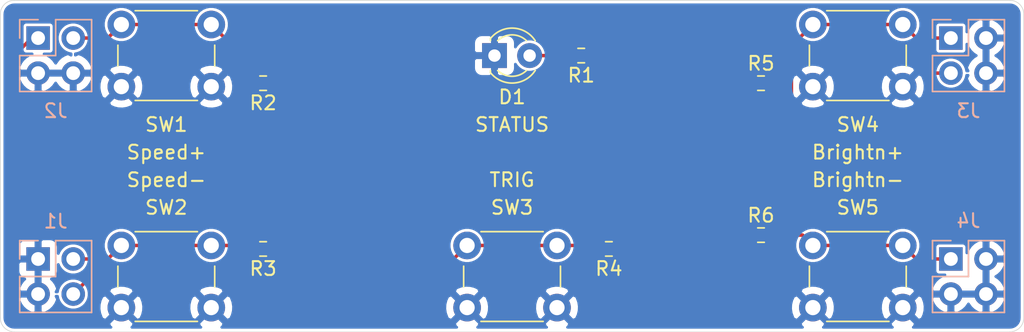
<source format=kicad_pcb>
(kicad_pcb (version 20171130) (host pcbnew 5.1.10)

  (general
    (thickness 1.6)
    (drawings 14)
    (tracks 56)
    (zones 0)
    (modules 16)
    (nets 10)
  )

  (page A4)
  (layers
    (0 F.Cu signal)
    (31 B.Cu signal)
    (32 B.Adhes user)
    (33 F.Adhes user)
    (34 B.Paste user)
    (35 F.Paste user)
    (36 B.SilkS user)
    (37 F.SilkS user)
    (38 B.Mask user)
    (39 F.Mask user)
    (40 Dwgs.User user)
    (41 Cmts.User user)
    (42 Eco1.User user)
    (43 Eco2.User user)
    (44 Edge.Cuts user)
    (45 Margin user)
    (46 B.CrtYd user)
    (47 F.CrtYd user)
    (48 B.Fab user hide)
    (49 F.Fab user hide)
  )

  (setup
    (last_trace_width 0.25)
    (trace_clearance 0.2)
    (zone_clearance 0.2)
    (zone_45_only yes)
    (trace_min 0.2)
    (via_size 0.8)
    (via_drill 0.4)
    (via_min_size 0.4)
    (via_min_drill 0.3)
    (uvia_size 0.3)
    (uvia_drill 0.1)
    (uvias_allowed no)
    (uvia_min_size 0.2)
    (uvia_min_drill 0.1)
    (edge_width 0.05)
    (segment_width 0.2)
    (pcb_text_width 0.3)
    (pcb_text_size 1.5 1.5)
    (mod_edge_width 0.12)
    (mod_text_size 1 1)
    (mod_text_width 0.15)
    (pad_size 1.524 1.524)
    (pad_drill 0.762)
    (pad_to_mask_clearance 0)
    (aux_axis_origin 140 100)
    (grid_origin 140 100)
    (visible_elements FFFFFF7F)
    (pcbplotparams
      (layerselection 0x010fc_ffffffff)
      (usegerberextensions false)
      (usegerberattributes true)
      (usegerberadvancedattributes true)
      (creategerberjobfile true)
      (excludeedgelayer true)
      (linewidth 0.100000)
      (plotframeref false)
      (viasonmask false)
      (mode 1)
      (useauxorigin false)
      (hpglpennumber 1)
      (hpglpenspeed 20)
      (hpglpendiameter 15.000000)
      (psnegative false)
      (psa4output false)
      (plotreference true)
      (plotvalue true)
      (plotinvisibletext false)
      (padsonsilk false)
      (subtractmaskfromsilk false)
      (outputformat 1)
      (mirror false)
      (drillshape 1)
      (scaleselection 1)
      (outputdirectory ""))
  )

  (net 0 "")
  (net 1 "Net-(D1-Pad2)")
  (net 2 GND)
  (net 3 /TRIG)
  (net 4 /SP-)
  (net 5 /SP+)
  (net 6 /BR-)
  (net 7 /BR+)
  (net 8 /LED)
  (net 9 +3V3)

  (net_class Default "This is the default net class."
    (clearance 0.2)
    (trace_width 0.25)
    (via_dia 0.8)
    (via_drill 0.4)
    (uvia_dia 0.3)
    (uvia_drill 0.1)
    (add_net +3V3)
    (add_net /BR+)
    (add_net /BR-)
    (add_net /LED)
    (add_net /SP+)
    (add_net /SP-)
    (add_net /TRIG)
    (add_net GND)
    (add_net "Net-(D1-Pad2)")
  )

  (module Connector_PinSocket_2.54mm:PinSocket_2x02_P2.54mm_Vertical (layer B.Cu) (tedit 5A19A426) (tstamp 617B6A18)
    (at 171.73 106.73 180)
    (descr "Through hole straight socket strip, 2x02, 2.54mm pitch, double cols (from Kicad 4.0.7), script generated")
    (tags "Through hole socket strip THT 2x02 2.54mm double row")
    (path /617B5A45)
    (fp_text reference J4 (at -1.27 2.77) (layer B.SilkS)
      (effects (font (size 1 1) (thickness 0.15)) (justify mirror))
    )
    (fp_text value Conn_02x02_Odd_Even (at -1.27 -5.31) (layer B.Fab)
      (effects (font (size 1 1) (thickness 0.15)) (justify mirror))
    )
    (fp_text user %R (at -1.27 -1.27 270) (layer B.Fab)
      (effects (font (size 1 1) (thickness 0.15)) (justify mirror))
    )
    (fp_line (start -3.81 1.27) (end 0.27 1.27) (layer B.Fab) (width 0.1))
    (fp_line (start 0.27 1.27) (end 1.27 0.27) (layer B.Fab) (width 0.1))
    (fp_line (start 1.27 0.27) (end 1.27 -3.81) (layer B.Fab) (width 0.1))
    (fp_line (start 1.27 -3.81) (end -3.81 -3.81) (layer B.Fab) (width 0.1))
    (fp_line (start -3.81 -3.81) (end -3.81 1.27) (layer B.Fab) (width 0.1))
    (fp_line (start -3.87 1.33) (end -1.27 1.33) (layer B.SilkS) (width 0.12))
    (fp_line (start -3.87 1.33) (end -3.87 -3.87) (layer B.SilkS) (width 0.12))
    (fp_line (start -3.87 -3.87) (end 1.33 -3.87) (layer B.SilkS) (width 0.12))
    (fp_line (start 1.33 -1.27) (end 1.33 -3.87) (layer B.SilkS) (width 0.12))
    (fp_line (start -1.27 -1.27) (end 1.33 -1.27) (layer B.SilkS) (width 0.12))
    (fp_line (start -1.27 1.33) (end -1.27 -1.27) (layer B.SilkS) (width 0.12))
    (fp_line (start 1.33 1.33) (end 1.33 0) (layer B.SilkS) (width 0.12))
    (fp_line (start 0 1.33) (end 1.33 1.33) (layer B.SilkS) (width 0.12))
    (fp_line (start -4.34 1.8) (end 1.76 1.8) (layer B.CrtYd) (width 0.05))
    (fp_line (start 1.76 1.8) (end 1.76 -4.3) (layer B.CrtYd) (width 0.05))
    (fp_line (start 1.76 -4.3) (end -4.34 -4.3) (layer B.CrtYd) (width 0.05))
    (fp_line (start -4.34 -4.3) (end -4.34 1.8) (layer B.CrtYd) (width 0.05))
    (pad 4 thru_hole oval (at -2.54 -2.54 180) (size 1.7 1.7) (drill 1) (layers *.Cu *.Mask)
      (net 2 GND))
    (pad 3 thru_hole oval (at 0 -2.54 180) (size 1.7 1.7) (drill 1) (layers *.Cu *.Mask)
      (net 2 GND))
    (pad 2 thru_hole oval (at -2.54 0 180) (size 1.7 1.7) (drill 1) (layers *.Cu *.Mask)
      (net 2 GND))
    (pad 1 thru_hole rect (at 0 0 180) (size 1.7 1.7) (drill 1) (layers *.Cu *.Mask)
      (net 6 /BR-))
    (model ${KISYS3DMOD}/Connector_PinSocket_2.54mm.3dshapes/PinSocket_2x02_P2.54mm_Vertical.wrl
      (at (xyz 0 0 0))
      (scale (xyz 1 1 1))
      (rotate (xyz 0 0 0))
    )
  )

  (module Connector_PinSocket_2.54mm:PinSocket_2x02_P2.54mm_Vertical (layer B.Cu) (tedit 5A19A426) (tstamp 617B69FE)
    (at 171.73 90.73 180)
    (descr "Through hole straight socket strip, 2x02, 2.54mm pitch, double cols (from Kicad 4.0.7), script generated")
    (tags "Through hole socket strip THT 2x02 2.54mm double row")
    (path /617B5507)
    (fp_text reference J3 (at -1.27 -5.27) (layer B.SilkS)
      (effects (font (size 1 1) (thickness 0.15)) (justify mirror))
    )
    (fp_text value Conn_02x02_Odd_Even (at -1.27 -5.31) (layer B.Fab)
      (effects (font (size 1 1) (thickness 0.15)) (justify mirror))
    )
    (fp_text user %R (at -1.27 -1.27 270) (layer B.Fab)
      (effects (font (size 1 1) (thickness 0.15)) (justify mirror))
    )
    (fp_line (start -3.81 1.27) (end 0.27 1.27) (layer B.Fab) (width 0.1))
    (fp_line (start 0.27 1.27) (end 1.27 0.27) (layer B.Fab) (width 0.1))
    (fp_line (start 1.27 0.27) (end 1.27 -3.81) (layer B.Fab) (width 0.1))
    (fp_line (start 1.27 -3.81) (end -3.81 -3.81) (layer B.Fab) (width 0.1))
    (fp_line (start -3.81 -3.81) (end -3.81 1.27) (layer B.Fab) (width 0.1))
    (fp_line (start -3.87 1.33) (end -1.27 1.33) (layer B.SilkS) (width 0.12))
    (fp_line (start -3.87 1.33) (end -3.87 -3.87) (layer B.SilkS) (width 0.12))
    (fp_line (start -3.87 -3.87) (end 1.33 -3.87) (layer B.SilkS) (width 0.12))
    (fp_line (start 1.33 -1.27) (end 1.33 -3.87) (layer B.SilkS) (width 0.12))
    (fp_line (start -1.27 -1.27) (end 1.33 -1.27) (layer B.SilkS) (width 0.12))
    (fp_line (start -1.27 1.33) (end -1.27 -1.27) (layer B.SilkS) (width 0.12))
    (fp_line (start 1.33 1.33) (end 1.33 0) (layer B.SilkS) (width 0.12))
    (fp_line (start 0 1.33) (end 1.33 1.33) (layer B.SilkS) (width 0.12))
    (fp_line (start -4.34 1.8) (end 1.76 1.8) (layer B.CrtYd) (width 0.05))
    (fp_line (start 1.76 1.8) (end 1.76 -4.3) (layer B.CrtYd) (width 0.05))
    (fp_line (start 1.76 -4.3) (end -4.34 -4.3) (layer B.CrtYd) (width 0.05))
    (fp_line (start -4.34 -4.3) (end -4.34 1.8) (layer B.CrtYd) (width 0.05))
    (pad 4 thru_hole oval (at -2.54 -2.54 180) (size 1.7 1.7) (drill 1) (layers *.Cu *.Mask)
      (net 2 GND))
    (pad 3 thru_hole oval (at 0 -2.54 180) (size 1.7 1.7) (drill 1) (layers *.Cu *.Mask)
      (net 8 /LED))
    (pad 2 thru_hole oval (at -2.54 0 180) (size 1.7 1.7) (drill 1) (layers *.Cu *.Mask)
      (net 2 GND))
    (pad 1 thru_hole rect (at 0 0 180) (size 1.7 1.7) (drill 1) (layers *.Cu *.Mask)
      (net 7 /BR+))
    (model ${KISYS3DMOD}/Connector_PinSocket_2.54mm.3dshapes/PinSocket_2x02_P2.54mm_Vertical.wrl
      (at (xyz 0 0 0))
      (scale (xyz 1 1 1))
      (rotate (xyz 0 0 0))
    )
  )

  (module Connector_PinSocket_2.54mm:PinSocket_2x02_P2.54mm_Vertical (layer B.Cu) (tedit 5A19A426) (tstamp 617B69E4)
    (at 105.73 90.73 180)
    (descr "Through hole straight socket strip, 2x02, 2.54mm pitch, double cols (from Kicad 4.0.7), script generated")
    (tags "Through hole socket strip THT 2x02 2.54mm double row")
    (path /617B4CF5)
    (fp_text reference J2 (at -1.27 -5.27) (layer B.SilkS)
      (effects (font (size 1 1) (thickness 0.15)) (justify mirror))
    )
    (fp_text value Conn_02x02_Odd_Even (at -1.27 -5.31) (layer B.Fab)
      (effects (font (size 1 1) (thickness 0.15)) (justify mirror))
    )
    (fp_text user %R (at -1.27 -1.27 270) (layer B.Fab)
      (effects (font (size 1 1) (thickness 0.15)) (justify mirror))
    )
    (fp_line (start -3.81 1.27) (end 0.27 1.27) (layer B.Fab) (width 0.1))
    (fp_line (start 0.27 1.27) (end 1.27 0.27) (layer B.Fab) (width 0.1))
    (fp_line (start 1.27 0.27) (end 1.27 -3.81) (layer B.Fab) (width 0.1))
    (fp_line (start 1.27 -3.81) (end -3.81 -3.81) (layer B.Fab) (width 0.1))
    (fp_line (start -3.81 -3.81) (end -3.81 1.27) (layer B.Fab) (width 0.1))
    (fp_line (start -3.87 1.33) (end -1.27 1.33) (layer B.SilkS) (width 0.12))
    (fp_line (start -3.87 1.33) (end -3.87 -3.87) (layer B.SilkS) (width 0.12))
    (fp_line (start -3.87 -3.87) (end 1.33 -3.87) (layer B.SilkS) (width 0.12))
    (fp_line (start 1.33 -1.27) (end 1.33 -3.87) (layer B.SilkS) (width 0.12))
    (fp_line (start -1.27 -1.27) (end 1.33 -1.27) (layer B.SilkS) (width 0.12))
    (fp_line (start -1.27 1.33) (end -1.27 -1.27) (layer B.SilkS) (width 0.12))
    (fp_line (start 1.33 1.33) (end 1.33 0) (layer B.SilkS) (width 0.12))
    (fp_line (start 0 1.33) (end 1.33 1.33) (layer B.SilkS) (width 0.12))
    (fp_line (start -4.34 1.8) (end 1.76 1.8) (layer B.CrtYd) (width 0.05))
    (fp_line (start 1.76 1.8) (end 1.76 -4.3) (layer B.CrtYd) (width 0.05))
    (fp_line (start 1.76 -4.3) (end -4.34 -4.3) (layer B.CrtYd) (width 0.05))
    (fp_line (start -4.34 -4.3) (end -4.34 1.8) (layer B.CrtYd) (width 0.05))
    (pad 4 thru_hole oval (at -2.54 -2.54 180) (size 1.7 1.7) (drill 1) (layers *.Cu *.Mask)
      (net 2 GND))
    (pad 3 thru_hole oval (at 0 -2.54 180) (size 1.7 1.7) (drill 1) (layers *.Cu *.Mask)
      (net 2 GND))
    (pad 2 thru_hole oval (at -2.54 0 180) (size 1.7 1.7) (drill 1) (layers *.Cu *.Mask)
      (net 5 /SP+))
    (pad 1 thru_hole rect (at 0 0 180) (size 1.7 1.7) (drill 1) (layers *.Cu *.Mask)
      (net 9 +3V3))
    (model ${KISYS3DMOD}/Connector_PinSocket_2.54mm.3dshapes/PinSocket_2x02_P2.54mm_Vertical.wrl
      (at (xyz 0 0 0))
      (scale (xyz 1 1 1))
      (rotate (xyz 0 0 0))
    )
  )

  (module Connector_PinSocket_2.54mm:PinSocket_2x02_P2.54mm_Vertical (layer B.Cu) (tedit 5A19A426) (tstamp 617B69CA)
    (at 105.73 106.73 180)
    (descr "Through hole straight socket strip, 2x02, 2.54mm pitch, double cols (from Kicad 4.0.7), script generated")
    (tags "Through hole socket strip THT 2x02 2.54mm double row")
    (path /617B5EC7)
    (fp_text reference J1 (at -1.27 2.73) (layer B.SilkS)
      (effects (font (size 1 1) (thickness 0.15)) (justify mirror))
    )
    (fp_text value Conn_02x02_Odd_Even (at -1.27 -5.31) (layer B.Fab)
      (effects (font (size 1 1) (thickness 0.15)) (justify mirror))
    )
    (fp_text user %R (at -1.27 -1.27 270) (layer B.Fab)
      (effects (font (size 1 1) (thickness 0.15)) (justify mirror))
    )
    (fp_line (start -3.81 1.27) (end 0.27 1.27) (layer B.Fab) (width 0.1))
    (fp_line (start 0.27 1.27) (end 1.27 0.27) (layer B.Fab) (width 0.1))
    (fp_line (start 1.27 0.27) (end 1.27 -3.81) (layer B.Fab) (width 0.1))
    (fp_line (start 1.27 -3.81) (end -3.81 -3.81) (layer B.Fab) (width 0.1))
    (fp_line (start -3.81 -3.81) (end -3.81 1.27) (layer B.Fab) (width 0.1))
    (fp_line (start -3.87 1.33) (end -1.27 1.33) (layer B.SilkS) (width 0.12))
    (fp_line (start -3.87 1.33) (end -3.87 -3.87) (layer B.SilkS) (width 0.12))
    (fp_line (start -3.87 -3.87) (end 1.33 -3.87) (layer B.SilkS) (width 0.12))
    (fp_line (start 1.33 -1.27) (end 1.33 -3.87) (layer B.SilkS) (width 0.12))
    (fp_line (start -1.27 -1.27) (end 1.33 -1.27) (layer B.SilkS) (width 0.12))
    (fp_line (start -1.27 1.33) (end -1.27 -1.27) (layer B.SilkS) (width 0.12))
    (fp_line (start 1.33 1.33) (end 1.33 0) (layer B.SilkS) (width 0.12))
    (fp_line (start 0 1.33) (end 1.33 1.33) (layer B.SilkS) (width 0.12))
    (fp_line (start -4.34 1.8) (end 1.76 1.8) (layer B.CrtYd) (width 0.05))
    (fp_line (start 1.76 1.8) (end 1.76 -4.3) (layer B.CrtYd) (width 0.05))
    (fp_line (start 1.76 -4.3) (end -4.34 -4.3) (layer B.CrtYd) (width 0.05))
    (fp_line (start -4.34 -4.3) (end -4.34 1.8) (layer B.CrtYd) (width 0.05))
    (pad 4 thru_hole oval (at -2.54 -2.54 180) (size 1.7 1.7) (drill 1) (layers *.Cu *.Mask)
      (net 3 /TRIG))
    (pad 3 thru_hole oval (at 0 -2.54 180) (size 1.7 1.7) (drill 1) (layers *.Cu *.Mask)
      (net 2 GND))
    (pad 2 thru_hole oval (at -2.54 0 180) (size 1.7 1.7) (drill 1) (layers *.Cu *.Mask)
      (net 4 /SP-))
    (pad 1 thru_hole rect (at 0 0 180) (size 1.7 1.7) (drill 1) (layers *.Cu *.Mask)
      (net 2 GND))
    (model ${KISYS3DMOD}/Connector_PinSocket_2.54mm.3dshapes/PinSocket_2x02_P2.54mm_Vertical.wrl
      (at (xyz 0 0 0))
      (scale (xyz 1 1 1))
      (rotate (xyz 0 0 0))
    )
  )

  (module Resistor_SMD:R_0603_1608Metric (layer F.Cu) (tedit 5F68FEEE) (tstamp 617C2482)
    (at 158 105)
    (descr "Resistor SMD 0603 (1608 Metric), square (rectangular) end terminal, IPC_7351 nominal, (Body size source: IPC-SM-782 page 72, https://www.pcb-3d.com/wordpress/wp-content/uploads/ipc-sm-782a_amendment_1_and_2.pdf), generated with kicad-footprint-generator")
    (tags resistor)
    (path /617CB8C7)
    (attr smd)
    (fp_text reference R6 (at 0 -1.43) (layer F.SilkS)
      (effects (font (size 1 1) (thickness 0.15)))
    )
    (fp_text value 1k (at 0 1.43) (layer F.Fab)
      (effects (font (size 1 1) (thickness 0.15)))
    )
    (fp_line (start 1.48 0.73) (end -1.48 0.73) (layer F.CrtYd) (width 0.05))
    (fp_line (start 1.48 -0.73) (end 1.48 0.73) (layer F.CrtYd) (width 0.05))
    (fp_line (start -1.48 -0.73) (end 1.48 -0.73) (layer F.CrtYd) (width 0.05))
    (fp_line (start -1.48 0.73) (end -1.48 -0.73) (layer F.CrtYd) (width 0.05))
    (fp_line (start -0.237258 0.5225) (end 0.237258 0.5225) (layer F.SilkS) (width 0.12))
    (fp_line (start -0.237258 -0.5225) (end 0.237258 -0.5225) (layer F.SilkS) (width 0.12))
    (fp_line (start 0.8 0.4125) (end -0.8 0.4125) (layer F.Fab) (width 0.1))
    (fp_line (start 0.8 -0.4125) (end 0.8 0.4125) (layer F.Fab) (width 0.1))
    (fp_line (start -0.8 -0.4125) (end 0.8 -0.4125) (layer F.Fab) (width 0.1))
    (fp_line (start -0.8 0.4125) (end -0.8 -0.4125) (layer F.Fab) (width 0.1))
    (fp_text user %R (at 0 0) (layer F.Fab)
      (effects (font (size 0.4 0.4) (thickness 0.06)))
    )
    (pad 2 smd roundrect (at 0.825 0) (size 0.8 0.95) (layers F.Cu F.Paste F.Mask) (roundrect_rratio 0.25)
      (net 6 /BR-))
    (pad 1 smd roundrect (at -0.825 0) (size 0.8 0.95) (layers F.Cu F.Paste F.Mask) (roundrect_rratio 0.25)
      (net 9 +3V3))
    (model ${KISYS3DMOD}/Resistor_SMD.3dshapes/R_0603_1608Metric.wrl
      (at (xyz 0 0 0))
      (scale (xyz 1 1 1))
      (rotate (xyz 0 0 0))
    )
  )

  (module Resistor_SMD:R_0603_1608Metric (layer F.Cu) (tedit 5F68FEEE) (tstamp 617C2471)
    (at 158 94)
    (descr "Resistor SMD 0603 (1608 Metric), square (rectangular) end terminal, IPC_7351 nominal, (Body size source: IPC-SM-782 page 72, https://www.pcb-3d.com/wordpress/wp-content/uploads/ipc-sm-782a_amendment_1_and_2.pdf), generated with kicad-footprint-generator")
    (tags resistor)
    (path /617C9DA3)
    (attr smd)
    (fp_text reference R5 (at 0 -1.43) (layer F.SilkS)
      (effects (font (size 1 1) (thickness 0.15)))
    )
    (fp_text value 1k (at 0 1.43) (layer F.Fab)
      (effects (font (size 1 1) (thickness 0.15)))
    )
    (fp_line (start 1.48 0.73) (end -1.48 0.73) (layer F.CrtYd) (width 0.05))
    (fp_line (start 1.48 -0.73) (end 1.48 0.73) (layer F.CrtYd) (width 0.05))
    (fp_line (start -1.48 -0.73) (end 1.48 -0.73) (layer F.CrtYd) (width 0.05))
    (fp_line (start -1.48 0.73) (end -1.48 -0.73) (layer F.CrtYd) (width 0.05))
    (fp_line (start -0.237258 0.5225) (end 0.237258 0.5225) (layer F.SilkS) (width 0.12))
    (fp_line (start -0.237258 -0.5225) (end 0.237258 -0.5225) (layer F.SilkS) (width 0.12))
    (fp_line (start 0.8 0.4125) (end -0.8 0.4125) (layer F.Fab) (width 0.1))
    (fp_line (start 0.8 -0.4125) (end 0.8 0.4125) (layer F.Fab) (width 0.1))
    (fp_line (start -0.8 -0.4125) (end 0.8 -0.4125) (layer F.Fab) (width 0.1))
    (fp_line (start -0.8 0.4125) (end -0.8 -0.4125) (layer F.Fab) (width 0.1))
    (fp_text user %R (at 0 0) (layer F.Fab)
      (effects (font (size 0.4 0.4) (thickness 0.06)))
    )
    (pad 2 smd roundrect (at 0.825 0) (size 0.8 0.95) (layers F.Cu F.Paste F.Mask) (roundrect_rratio 0.25)
      (net 7 /BR+))
    (pad 1 smd roundrect (at -0.825 0) (size 0.8 0.95) (layers F.Cu F.Paste F.Mask) (roundrect_rratio 0.25)
      (net 9 +3V3))
    (model ${KISYS3DMOD}/Resistor_SMD.3dshapes/R_0603_1608Metric.wrl
      (at (xyz 0 0 0))
      (scale (xyz 1 1 1))
      (rotate (xyz 0 0 0))
    )
  )

  (module Resistor_SMD:R_0603_1608Metric (layer F.Cu) (tedit 5F68FEEE) (tstamp 617C2460)
    (at 147 106 180)
    (descr "Resistor SMD 0603 (1608 Metric), square (rectangular) end terminal, IPC_7351 nominal, (Body size source: IPC-SM-782 page 72, https://www.pcb-3d.com/wordpress/wp-content/uploads/ipc-sm-782a_amendment_1_and_2.pdf), generated with kicad-footprint-generator")
    (tags resistor)
    (path /617C85AD)
    (attr smd)
    (fp_text reference R4 (at 0 -1.43) (layer F.SilkS)
      (effects (font (size 1 1) (thickness 0.15)))
    )
    (fp_text value 1k (at 0 1.43) (layer F.Fab)
      (effects (font (size 1 1) (thickness 0.15)))
    )
    (fp_line (start 1.48 0.73) (end -1.48 0.73) (layer F.CrtYd) (width 0.05))
    (fp_line (start 1.48 -0.73) (end 1.48 0.73) (layer F.CrtYd) (width 0.05))
    (fp_line (start -1.48 -0.73) (end 1.48 -0.73) (layer F.CrtYd) (width 0.05))
    (fp_line (start -1.48 0.73) (end -1.48 -0.73) (layer F.CrtYd) (width 0.05))
    (fp_line (start -0.237258 0.5225) (end 0.237258 0.5225) (layer F.SilkS) (width 0.12))
    (fp_line (start -0.237258 -0.5225) (end 0.237258 -0.5225) (layer F.SilkS) (width 0.12))
    (fp_line (start 0.8 0.4125) (end -0.8 0.4125) (layer F.Fab) (width 0.1))
    (fp_line (start 0.8 -0.4125) (end 0.8 0.4125) (layer F.Fab) (width 0.1))
    (fp_line (start -0.8 -0.4125) (end 0.8 -0.4125) (layer F.Fab) (width 0.1))
    (fp_line (start -0.8 0.4125) (end -0.8 -0.4125) (layer F.Fab) (width 0.1))
    (fp_text user %R (at 0 0) (layer F.Fab)
      (effects (font (size 0.4 0.4) (thickness 0.06)))
    )
    (pad 2 smd roundrect (at 0.825 0 180) (size 0.8 0.95) (layers F.Cu F.Paste F.Mask) (roundrect_rratio 0.25)
      (net 3 /TRIG))
    (pad 1 smd roundrect (at -0.825 0 180) (size 0.8 0.95) (layers F.Cu F.Paste F.Mask) (roundrect_rratio 0.25)
      (net 9 +3V3))
    (model ${KISYS3DMOD}/Resistor_SMD.3dshapes/R_0603_1608Metric.wrl
      (at (xyz 0 0 0))
      (scale (xyz 1 1 1))
      (rotate (xyz 0 0 0))
    )
  )

  (module Resistor_SMD:R_0603_1608Metric (layer F.Cu) (tedit 5F68FEEE) (tstamp 617C244F)
    (at 122 106 180)
    (descr "Resistor SMD 0603 (1608 Metric), square (rectangular) end terminal, IPC_7351 nominal, (Body size source: IPC-SM-782 page 72, https://www.pcb-3d.com/wordpress/wp-content/uploads/ipc-sm-782a_amendment_1_and_2.pdf), generated with kicad-footprint-generator")
    (tags resistor)
    (path /617C6F37)
    (attr smd)
    (fp_text reference R3 (at 0 -1.43) (layer F.SilkS)
      (effects (font (size 1 1) (thickness 0.15)))
    )
    (fp_text value 1k (at 0 1.43) (layer F.Fab)
      (effects (font (size 1 1) (thickness 0.15)))
    )
    (fp_line (start 1.48 0.73) (end -1.48 0.73) (layer F.CrtYd) (width 0.05))
    (fp_line (start 1.48 -0.73) (end 1.48 0.73) (layer F.CrtYd) (width 0.05))
    (fp_line (start -1.48 -0.73) (end 1.48 -0.73) (layer F.CrtYd) (width 0.05))
    (fp_line (start -1.48 0.73) (end -1.48 -0.73) (layer F.CrtYd) (width 0.05))
    (fp_line (start -0.237258 0.5225) (end 0.237258 0.5225) (layer F.SilkS) (width 0.12))
    (fp_line (start -0.237258 -0.5225) (end 0.237258 -0.5225) (layer F.SilkS) (width 0.12))
    (fp_line (start 0.8 0.4125) (end -0.8 0.4125) (layer F.Fab) (width 0.1))
    (fp_line (start 0.8 -0.4125) (end 0.8 0.4125) (layer F.Fab) (width 0.1))
    (fp_line (start -0.8 -0.4125) (end 0.8 -0.4125) (layer F.Fab) (width 0.1))
    (fp_line (start -0.8 0.4125) (end -0.8 -0.4125) (layer F.Fab) (width 0.1))
    (fp_text user %R (at 0 0) (layer F.Fab)
      (effects (font (size 0.4 0.4) (thickness 0.06)))
    )
    (pad 2 smd roundrect (at 0.825 0 180) (size 0.8 0.95) (layers F.Cu F.Paste F.Mask) (roundrect_rratio 0.25)
      (net 4 /SP-))
    (pad 1 smd roundrect (at -0.825 0 180) (size 0.8 0.95) (layers F.Cu F.Paste F.Mask) (roundrect_rratio 0.25)
      (net 9 +3V3))
    (model ${KISYS3DMOD}/Resistor_SMD.3dshapes/R_0603_1608Metric.wrl
      (at (xyz 0 0 0))
      (scale (xyz 1 1 1))
      (rotate (xyz 0 0 0))
    )
  )

  (module Resistor_SMD:R_0603_1608Metric (layer F.Cu) (tedit 5F68FEEE) (tstamp 617C243E)
    (at 122 94 180)
    (descr "Resistor SMD 0603 (1608 Metric), square (rectangular) end terminal, IPC_7351 nominal, (Body size source: IPC-SM-782 page 72, https://www.pcb-3d.com/wordpress/wp-content/uploads/ipc-sm-782a_amendment_1_and_2.pdf), generated with kicad-footprint-generator")
    (tags resistor)
    (path /617C632A)
    (attr smd)
    (fp_text reference R2 (at 0 -1.43) (layer F.SilkS)
      (effects (font (size 1 1) (thickness 0.15)))
    )
    (fp_text value 1k (at 0 1.43) (layer F.Fab)
      (effects (font (size 1 1) (thickness 0.15)))
    )
    (fp_line (start 1.48 0.73) (end -1.48 0.73) (layer F.CrtYd) (width 0.05))
    (fp_line (start 1.48 -0.73) (end 1.48 0.73) (layer F.CrtYd) (width 0.05))
    (fp_line (start -1.48 -0.73) (end 1.48 -0.73) (layer F.CrtYd) (width 0.05))
    (fp_line (start -1.48 0.73) (end -1.48 -0.73) (layer F.CrtYd) (width 0.05))
    (fp_line (start -0.237258 0.5225) (end 0.237258 0.5225) (layer F.SilkS) (width 0.12))
    (fp_line (start -0.237258 -0.5225) (end 0.237258 -0.5225) (layer F.SilkS) (width 0.12))
    (fp_line (start 0.8 0.4125) (end -0.8 0.4125) (layer F.Fab) (width 0.1))
    (fp_line (start 0.8 -0.4125) (end 0.8 0.4125) (layer F.Fab) (width 0.1))
    (fp_line (start -0.8 -0.4125) (end 0.8 -0.4125) (layer F.Fab) (width 0.1))
    (fp_line (start -0.8 0.4125) (end -0.8 -0.4125) (layer F.Fab) (width 0.1))
    (fp_text user %R (at 0 0) (layer F.Fab)
      (effects (font (size 0.4 0.4) (thickness 0.06)))
    )
    (pad 2 smd roundrect (at 0.825 0 180) (size 0.8 0.95) (layers F.Cu F.Paste F.Mask) (roundrect_rratio 0.25)
      (net 5 /SP+))
    (pad 1 smd roundrect (at -0.825 0 180) (size 0.8 0.95) (layers F.Cu F.Paste F.Mask) (roundrect_rratio 0.25)
      (net 9 +3V3))
    (model ${KISYS3DMOD}/Resistor_SMD.3dshapes/R_0603_1608Metric.wrl
      (at (xyz 0 0 0))
      (scale (xyz 1 1 1))
      (rotate (xyz 0 0 0))
    )
  )

  (module Button_Switch_THT:SW_PUSH_6mm_H8mm (layer F.Cu) (tedit 5A02FE31) (tstamp 617B98B5)
    (at 161.75 105.75)
    (descr "tactile push button, 6x6mm e.g. PHAP33xx series, height=8mm")
    (tags "tact sw push 6mm")
    (path /617E95EC)
    (fp_text reference SW5 (at 3.25 -2.75) (layer F.SilkS)
      (effects (font (size 1 1) (thickness 0.15)))
    )
    (fp_text value BR- (at 3.75 6.7) (layer F.Fab)
      (effects (font (size 1 1) (thickness 0.15)))
    )
    (fp_line (start 3.25 -0.75) (end 6.25 -0.75) (layer F.Fab) (width 0.1))
    (fp_line (start 6.25 -0.75) (end 6.25 5.25) (layer F.Fab) (width 0.1))
    (fp_line (start 6.25 5.25) (end 0.25 5.25) (layer F.Fab) (width 0.1))
    (fp_line (start 0.25 5.25) (end 0.25 -0.75) (layer F.Fab) (width 0.1))
    (fp_line (start 0.25 -0.75) (end 3.25 -0.75) (layer F.Fab) (width 0.1))
    (fp_line (start 7.75 6) (end 8 6) (layer F.CrtYd) (width 0.05))
    (fp_line (start 8 6) (end 8 5.75) (layer F.CrtYd) (width 0.05))
    (fp_line (start 7.75 -1.5) (end 8 -1.5) (layer F.CrtYd) (width 0.05))
    (fp_line (start 8 -1.5) (end 8 -1.25) (layer F.CrtYd) (width 0.05))
    (fp_line (start -1.5 -1.25) (end -1.5 -1.5) (layer F.CrtYd) (width 0.05))
    (fp_line (start -1.5 -1.5) (end -1.25 -1.5) (layer F.CrtYd) (width 0.05))
    (fp_line (start -1.5 5.75) (end -1.5 6) (layer F.CrtYd) (width 0.05))
    (fp_line (start -1.5 6) (end -1.25 6) (layer F.CrtYd) (width 0.05))
    (fp_line (start -1.25 -1.5) (end 7.75 -1.5) (layer F.CrtYd) (width 0.05))
    (fp_line (start -1.5 5.75) (end -1.5 -1.25) (layer F.CrtYd) (width 0.05))
    (fp_line (start 7.75 6) (end -1.25 6) (layer F.CrtYd) (width 0.05))
    (fp_line (start 8 -1.25) (end 8 5.75) (layer F.CrtYd) (width 0.05))
    (fp_line (start 1 5.5) (end 5.5 5.5) (layer F.SilkS) (width 0.12))
    (fp_line (start -0.25 1.5) (end -0.25 3) (layer F.SilkS) (width 0.12))
    (fp_line (start 5.5 -1) (end 1 -1) (layer F.SilkS) (width 0.12))
    (fp_line (start 6.75 3) (end 6.75 1.5) (layer F.SilkS) (width 0.12))
    (fp_circle (center 3.25 2.25) (end 1.25 2.5) (layer F.Fab) (width 0.1))
    (fp_text user %R (at 3.25 2.25) (layer F.Fab)
      (effects (font (size 1 1) (thickness 0.15)))
    )
    (pad 1 thru_hole circle (at 6.5 0 90) (size 2 2) (drill 1.1) (layers *.Cu *.Mask)
      (net 6 /BR-))
    (pad 2 thru_hole circle (at 6.5 4.5 90) (size 2 2) (drill 1.1) (layers *.Cu *.Mask)
      (net 2 GND))
    (pad 1 thru_hole circle (at 0 0 90) (size 2 2) (drill 1.1) (layers *.Cu *.Mask)
      (net 6 /BR-))
    (pad 2 thru_hole circle (at 0 4.5 90) (size 2 2) (drill 1.1) (layers *.Cu *.Mask)
      (net 2 GND))
    (model ${KISYS3DMOD}/Button_Switch_THT.3dshapes/SW_PUSH_6mm_H8mm.wrl
      (at (xyz 0 0 0))
      (scale (xyz 1 1 1))
      (rotate (xyz 0 0 0))
    )
  )

  (module Button_Switch_THT:SW_PUSH_6mm_H8mm (layer F.Cu) (tedit 5A02FE31) (tstamp 617B9896)
    (at 161.75 89.75)
    (descr "tactile push button, 6x6mm e.g. PHAP33xx series, height=8mm")
    (tags "tact sw push 6mm")
    (path /617E8A69)
    (fp_text reference SW4 (at 3.25 7.25) (layer F.SilkS)
      (effects (font (size 1 1) (thickness 0.15)))
    )
    (fp_text value BR+ (at 3.75 6.7) (layer F.Fab)
      (effects (font (size 1 1) (thickness 0.15)))
    )
    (fp_line (start 3.25 -0.75) (end 6.25 -0.75) (layer F.Fab) (width 0.1))
    (fp_line (start 6.25 -0.75) (end 6.25 5.25) (layer F.Fab) (width 0.1))
    (fp_line (start 6.25 5.25) (end 0.25 5.25) (layer F.Fab) (width 0.1))
    (fp_line (start 0.25 5.25) (end 0.25 -0.75) (layer F.Fab) (width 0.1))
    (fp_line (start 0.25 -0.75) (end 3.25 -0.75) (layer F.Fab) (width 0.1))
    (fp_line (start 7.75 6) (end 8 6) (layer F.CrtYd) (width 0.05))
    (fp_line (start 8 6) (end 8 5.75) (layer F.CrtYd) (width 0.05))
    (fp_line (start 7.75 -1.5) (end 8 -1.5) (layer F.CrtYd) (width 0.05))
    (fp_line (start 8 -1.5) (end 8 -1.25) (layer F.CrtYd) (width 0.05))
    (fp_line (start -1.5 -1.25) (end -1.5 -1.5) (layer F.CrtYd) (width 0.05))
    (fp_line (start -1.5 -1.5) (end -1.25 -1.5) (layer F.CrtYd) (width 0.05))
    (fp_line (start -1.5 5.75) (end -1.5 6) (layer F.CrtYd) (width 0.05))
    (fp_line (start -1.5 6) (end -1.25 6) (layer F.CrtYd) (width 0.05))
    (fp_line (start -1.25 -1.5) (end 7.75 -1.5) (layer F.CrtYd) (width 0.05))
    (fp_line (start -1.5 5.75) (end -1.5 -1.25) (layer F.CrtYd) (width 0.05))
    (fp_line (start 7.75 6) (end -1.25 6) (layer F.CrtYd) (width 0.05))
    (fp_line (start 8 -1.25) (end 8 5.75) (layer F.CrtYd) (width 0.05))
    (fp_line (start 1 5.5) (end 5.5 5.5) (layer F.SilkS) (width 0.12))
    (fp_line (start -0.25 1.5) (end -0.25 3) (layer F.SilkS) (width 0.12))
    (fp_line (start 5.5 -1) (end 1 -1) (layer F.SilkS) (width 0.12))
    (fp_line (start 6.75 3) (end 6.75 1.5) (layer F.SilkS) (width 0.12))
    (fp_circle (center 3.25 2.25) (end 1.25 2.5) (layer F.Fab) (width 0.1))
    (fp_text user %R (at 3.25 2.25) (layer F.Fab)
      (effects (font (size 1 1) (thickness 0.15)))
    )
    (pad 1 thru_hole circle (at 6.5 0 90) (size 2 2) (drill 1.1) (layers *.Cu *.Mask)
      (net 7 /BR+))
    (pad 2 thru_hole circle (at 6.5 4.5 90) (size 2 2) (drill 1.1) (layers *.Cu *.Mask)
      (net 2 GND))
    (pad 1 thru_hole circle (at 0 0 90) (size 2 2) (drill 1.1) (layers *.Cu *.Mask)
      (net 7 /BR+))
    (pad 2 thru_hole circle (at 0 4.5 90) (size 2 2) (drill 1.1) (layers *.Cu *.Mask)
      (net 2 GND))
    (model ${KISYS3DMOD}/Button_Switch_THT.3dshapes/SW_PUSH_6mm_H8mm.wrl
      (at (xyz 0 0 0))
      (scale (xyz 1 1 1))
      (rotate (xyz 0 0 0))
    )
  )

  (module Button_Switch_THT:SW_PUSH_6mm_H8mm (layer F.Cu) (tedit 5A02FE31) (tstamp 617B9877)
    (at 136.75 105.75)
    (descr "tactile push button, 6x6mm e.g. PHAP33xx series, height=8mm")
    (tags "tact sw push 6mm")
    (path /617E9B43)
    (fp_text reference SW3 (at 3.25 -2.75) (layer F.SilkS)
      (effects (font (size 1 1) (thickness 0.15)))
    )
    (fp_text value TRIG (at 3.75 6.7) (layer F.Fab)
      (effects (font (size 1 1) (thickness 0.15)))
    )
    (fp_line (start 3.25 -0.75) (end 6.25 -0.75) (layer F.Fab) (width 0.1))
    (fp_line (start 6.25 -0.75) (end 6.25 5.25) (layer F.Fab) (width 0.1))
    (fp_line (start 6.25 5.25) (end 0.25 5.25) (layer F.Fab) (width 0.1))
    (fp_line (start 0.25 5.25) (end 0.25 -0.75) (layer F.Fab) (width 0.1))
    (fp_line (start 0.25 -0.75) (end 3.25 -0.75) (layer F.Fab) (width 0.1))
    (fp_line (start 7.75 6) (end 8 6) (layer F.CrtYd) (width 0.05))
    (fp_line (start 8 6) (end 8 5.75) (layer F.CrtYd) (width 0.05))
    (fp_line (start 7.75 -1.5) (end 8 -1.5) (layer F.CrtYd) (width 0.05))
    (fp_line (start 8 -1.5) (end 8 -1.25) (layer F.CrtYd) (width 0.05))
    (fp_line (start -1.5 -1.25) (end -1.5 -1.5) (layer F.CrtYd) (width 0.05))
    (fp_line (start -1.5 -1.5) (end -1.25 -1.5) (layer F.CrtYd) (width 0.05))
    (fp_line (start -1.5 5.75) (end -1.5 6) (layer F.CrtYd) (width 0.05))
    (fp_line (start -1.5 6) (end -1.25 6) (layer F.CrtYd) (width 0.05))
    (fp_line (start -1.25 -1.5) (end 7.75 -1.5) (layer F.CrtYd) (width 0.05))
    (fp_line (start -1.5 5.75) (end -1.5 -1.25) (layer F.CrtYd) (width 0.05))
    (fp_line (start 7.75 6) (end -1.25 6) (layer F.CrtYd) (width 0.05))
    (fp_line (start 8 -1.25) (end 8 5.75) (layer F.CrtYd) (width 0.05))
    (fp_line (start 1 5.5) (end 5.5 5.5) (layer F.SilkS) (width 0.12))
    (fp_line (start -0.25 1.5) (end -0.25 3) (layer F.SilkS) (width 0.12))
    (fp_line (start 5.5 -1) (end 1 -1) (layer F.SilkS) (width 0.12))
    (fp_line (start 6.75 3) (end 6.75 1.5) (layer F.SilkS) (width 0.12))
    (fp_circle (center 3.25 2.25) (end 1.25 2.5) (layer F.Fab) (width 0.1))
    (fp_text user %R (at 3.25 2.25) (layer F.Fab)
      (effects (font (size 1 1) (thickness 0.15)))
    )
    (pad 1 thru_hole circle (at 6.5 0 90) (size 2 2) (drill 1.1) (layers *.Cu *.Mask)
      (net 3 /TRIG))
    (pad 2 thru_hole circle (at 6.5 4.5 90) (size 2 2) (drill 1.1) (layers *.Cu *.Mask)
      (net 2 GND))
    (pad 1 thru_hole circle (at 0 0 90) (size 2 2) (drill 1.1) (layers *.Cu *.Mask)
      (net 3 /TRIG))
    (pad 2 thru_hole circle (at 0 4.5 90) (size 2 2) (drill 1.1) (layers *.Cu *.Mask)
      (net 2 GND))
    (model ${KISYS3DMOD}/Button_Switch_THT.3dshapes/SW_PUSH_6mm_H8mm.wrl
      (at (xyz 0 0 0))
      (scale (xyz 1 1 1))
      (rotate (xyz 0 0 0))
    )
  )

  (module Button_Switch_THT:SW_PUSH_6mm_H8mm (layer F.Cu) (tedit 5A02FE31) (tstamp 617B9B6F)
    (at 111.75 105.75)
    (descr "tactile push button, 6x6mm e.g. PHAP33xx series, height=8mm")
    (tags "tact sw push 6mm")
    (path /617EA3A1)
    (fp_text reference SW2 (at 3.25 -2.75) (layer F.SilkS)
      (effects (font (size 1 1) (thickness 0.15)))
    )
    (fp_text value SP- (at 3.75 6.7) (layer F.Fab)
      (effects (font (size 1 1) (thickness 0.15)))
    )
    (fp_line (start 3.25 -0.75) (end 6.25 -0.75) (layer F.Fab) (width 0.1))
    (fp_line (start 6.25 -0.75) (end 6.25 5.25) (layer F.Fab) (width 0.1))
    (fp_line (start 6.25 5.25) (end 0.25 5.25) (layer F.Fab) (width 0.1))
    (fp_line (start 0.25 5.25) (end 0.25 -0.75) (layer F.Fab) (width 0.1))
    (fp_line (start 0.25 -0.75) (end 3.25 -0.75) (layer F.Fab) (width 0.1))
    (fp_line (start 7.75 6) (end 8 6) (layer F.CrtYd) (width 0.05))
    (fp_line (start 8 6) (end 8 5.75) (layer F.CrtYd) (width 0.05))
    (fp_line (start 7.75 -1.5) (end 8 -1.5) (layer F.CrtYd) (width 0.05))
    (fp_line (start 8 -1.5) (end 8 -1.25) (layer F.CrtYd) (width 0.05))
    (fp_line (start -1.5 -1.25) (end -1.5 -1.5) (layer F.CrtYd) (width 0.05))
    (fp_line (start -1.5 -1.5) (end -1.25 -1.5) (layer F.CrtYd) (width 0.05))
    (fp_line (start -1.5 5.75) (end -1.5 6) (layer F.CrtYd) (width 0.05))
    (fp_line (start -1.5 6) (end -1.25 6) (layer F.CrtYd) (width 0.05))
    (fp_line (start -1.25 -1.5) (end 7.75 -1.5) (layer F.CrtYd) (width 0.05))
    (fp_line (start -1.5 5.75) (end -1.5 -1.25) (layer F.CrtYd) (width 0.05))
    (fp_line (start 7.75 6) (end -1.25 6) (layer F.CrtYd) (width 0.05))
    (fp_line (start 8 -1.25) (end 8 5.75) (layer F.CrtYd) (width 0.05))
    (fp_line (start 1 5.5) (end 5.5 5.5) (layer F.SilkS) (width 0.12))
    (fp_line (start -0.25 1.5) (end -0.25 3) (layer F.SilkS) (width 0.12))
    (fp_line (start 5.5 -1) (end 1 -1) (layer F.SilkS) (width 0.12))
    (fp_line (start 6.75 3) (end 6.75 1.5) (layer F.SilkS) (width 0.12))
    (fp_circle (center 3.25 2.25) (end 1.25 2.5) (layer F.Fab) (width 0.1))
    (fp_text user %R (at 3.25 2.25) (layer F.Fab)
      (effects (font (size 1 1) (thickness 0.15)))
    )
    (pad 1 thru_hole circle (at 6.5 0 90) (size 2 2) (drill 1.1) (layers *.Cu *.Mask)
      (net 4 /SP-))
    (pad 2 thru_hole circle (at 6.5 4.5 90) (size 2 2) (drill 1.1) (layers *.Cu *.Mask)
      (net 2 GND))
    (pad 1 thru_hole circle (at 0 0 90) (size 2 2) (drill 1.1) (layers *.Cu *.Mask)
      (net 4 /SP-))
    (pad 2 thru_hole circle (at 0 4.5 90) (size 2 2) (drill 1.1) (layers *.Cu *.Mask)
      (net 2 GND))
    (model ${KISYS3DMOD}/Button_Switch_THT.3dshapes/SW_PUSH_6mm_H8mm.wrl
      (at (xyz 0 0 0))
      (scale (xyz 1 1 1))
      (rotate (xyz 0 0 0))
    )
  )

  (module Button_Switch_THT:SW_PUSH_6mm_H8mm (layer F.Cu) (tedit 5A02FE31) (tstamp 617B9A9B)
    (at 111.75 89.75)
    (descr "tactile push button, 6x6mm e.g. PHAP33xx series, height=8mm")
    (tags "tact sw push 6mm")
    (path /617E8006)
    (fp_text reference SW1 (at 3.25 7.25) (layer F.SilkS)
      (effects (font (size 1 1) (thickness 0.15)))
    )
    (fp_text value SP+ (at 3.75 6.7) (layer F.Fab)
      (effects (font (size 1 1) (thickness 0.15)))
    )
    (fp_line (start 3.25 -0.75) (end 6.25 -0.75) (layer F.Fab) (width 0.1))
    (fp_line (start 6.25 -0.75) (end 6.25 5.25) (layer F.Fab) (width 0.1))
    (fp_line (start 6.25 5.25) (end 0.25 5.25) (layer F.Fab) (width 0.1))
    (fp_line (start 0.25 5.25) (end 0.25 -0.75) (layer F.Fab) (width 0.1))
    (fp_line (start 0.25 -0.75) (end 3.25 -0.75) (layer F.Fab) (width 0.1))
    (fp_line (start 7.75 6) (end 8 6) (layer F.CrtYd) (width 0.05))
    (fp_line (start 8 6) (end 8 5.75) (layer F.CrtYd) (width 0.05))
    (fp_line (start 7.75 -1.5) (end 8 -1.5) (layer F.CrtYd) (width 0.05))
    (fp_line (start 8 -1.5) (end 8 -1.25) (layer F.CrtYd) (width 0.05))
    (fp_line (start -1.5 -1.25) (end -1.5 -1.5) (layer F.CrtYd) (width 0.05))
    (fp_line (start -1.5 -1.5) (end -1.25 -1.5) (layer F.CrtYd) (width 0.05))
    (fp_line (start -1.5 5.75) (end -1.5 6) (layer F.CrtYd) (width 0.05))
    (fp_line (start -1.5 6) (end -1.25 6) (layer F.CrtYd) (width 0.05))
    (fp_line (start -1.25 -1.5) (end 7.75 -1.5) (layer F.CrtYd) (width 0.05))
    (fp_line (start -1.5 5.75) (end -1.5 -1.25) (layer F.CrtYd) (width 0.05))
    (fp_line (start 7.75 6) (end -1.25 6) (layer F.CrtYd) (width 0.05))
    (fp_line (start 8 -1.25) (end 8 5.75) (layer F.CrtYd) (width 0.05))
    (fp_line (start 1 5.5) (end 5.5 5.5) (layer F.SilkS) (width 0.12))
    (fp_line (start -0.25 1.5) (end -0.25 3) (layer F.SilkS) (width 0.12))
    (fp_line (start 5.5 -1) (end 1 -1) (layer F.SilkS) (width 0.12))
    (fp_line (start 6.75 3) (end 6.75 1.5) (layer F.SilkS) (width 0.12))
    (fp_circle (center 3.25 2.25) (end 1.25 2.5) (layer F.Fab) (width 0.1))
    (fp_text user %R (at 3.25 2.25) (layer F.Fab)
      (effects (font (size 1 1) (thickness 0.15)))
    )
    (pad 1 thru_hole circle (at 6.5 0 90) (size 2 2) (drill 1.1) (layers *.Cu *.Mask)
      (net 5 /SP+))
    (pad 2 thru_hole circle (at 6.5 4.5 90) (size 2 2) (drill 1.1) (layers *.Cu *.Mask)
      (net 2 GND))
    (pad 1 thru_hole circle (at 0 0 90) (size 2 2) (drill 1.1) (layers *.Cu *.Mask)
      (net 5 /SP+))
    (pad 2 thru_hole circle (at 0 4.5 90) (size 2 2) (drill 1.1) (layers *.Cu *.Mask)
      (net 2 GND))
    (model ${KISYS3DMOD}/Button_Switch_THT.3dshapes/SW_PUSH_6mm_H8mm.wrl
      (at (xyz 0 0 0))
      (scale (xyz 1 1 1))
      (rotate (xyz 0 0 0))
    )
  )

  (module LED_THT:LED_D3.0mm (layer F.Cu) (tedit 587A3A7B) (tstamp 617B69B0)
    (at 138.73 92)
    (descr "LED, diameter 3.0mm, 2 pins")
    (tags "LED diameter 3.0mm 2 pins")
    (path /617BFA43)
    (fp_text reference D1 (at 1.27 3) (layer F.SilkS)
      (effects (font (size 1 1) (thickness 0.15)))
    )
    (fp_text value LED (at 1.27 2.96) (layer F.Fab)
      (effects (font (size 1 1) (thickness 0.15)))
    )
    (fp_circle (center 1.27 0) (end 2.77 0) (layer F.Fab) (width 0.1))
    (fp_line (start -0.23 -1.16619) (end -0.23 1.16619) (layer F.Fab) (width 0.1))
    (fp_line (start -0.29 -1.236) (end -0.29 -1.08) (layer F.SilkS) (width 0.12))
    (fp_line (start -0.29 1.08) (end -0.29 1.236) (layer F.SilkS) (width 0.12))
    (fp_line (start -1.15 -2.25) (end -1.15 2.25) (layer F.CrtYd) (width 0.05))
    (fp_line (start -1.15 2.25) (end 3.7 2.25) (layer F.CrtYd) (width 0.05))
    (fp_line (start 3.7 2.25) (end 3.7 -2.25) (layer F.CrtYd) (width 0.05))
    (fp_line (start 3.7 -2.25) (end -1.15 -2.25) (layer F.CrtYd) (width 0.05))
    (fp_arc (start 1.27 0) (end 0.229039 1.08) (angle -87.9) (layer F.SilkS) (width 0.12))
    (fp_arc (start 1.27 0) (end 0.229039 -1.08) (angle 87.9) (layer F.SilkS) (width 0.12))
    (fp_arc (start 1.27 0) (end -0.29 1.235516) (angle -108.8) (layer F.SilkS) (width 0.12))
    (fp_arc (start 1.27 0) (end -0.29 -1.235516) (angle 108.8) (layer F.SilkS) (width 0.12))
    (fp_arc (start 1.27 0) (end -0.23 -1.16619) (angle 284.3) (layer F.Fab) (width 0.1))
    (pad 2 thru_hole circle (at 2.54 0) (size 1.8 1.8) (drill 0.9) (layers *.Cu *.Mask)
      (net 1 "Net-(D1-Pad2)"))
    (pad 1 thru_hole rect (at 0 0) (size 1.8 1.8) (drill 0.9) (layers *.Cu *.Mask)
      (net 2 GND))
    (model ${KISYS3DMOD}/LED_THT.3dshapes/LED_D3.0mm.wrl
      (at (xyz 0 0 0))
      (scale (xyz 1 1 1))
      (rotate (xyz 0 0 0))
    )
  )

  (module Resistor_SMD:R_0603_1608Metric (layer F.Cu) (tedit 5F68FEEE) (tstamp 617B6A29)
    (at 145 92 180)
    (descr "Resistor SMD 0603 (1608 Metric), square (rectangular) end terminal, IPC_7351 nominal, (Body size source: IPC-SM-782 page 72, https://www.pcb-3d.com/wordpress/wp-content/uploads/ipc-sm-782a_amendment_1_and_2.pdf), generated with kicad-footprint-generator")
    (tags resistor)
    (path /617C0817)
    (attr smd)
    (fp_text reference R1 (at 0 -1.43) (layer F.SilkS)
      (effects (font (size 1 1) (thickness 0.15)))
    )
    (fp_text value 220 (at 0 1.43) (layer F.Fab)
      (effects (font (size 1 1) (thickness 0.15)))
    )
    (fp_line (start -0.8 0.4125) (end -0.8 -0.4125) (layer F.Fab) (width 0.1))
    (fp_line (start -0.8 -0.4125) (end 0.8 -0.4125) (layer F.Fab) (width 0.1))
    (fp_line (start 0.8 -0.4125) (end 0.8 0.4125) (layer F.Fab) (width 0.1))
    (fp_line (start 0.8 0.4125) (end -0.8 0.4125) (layer F.Fab) (width 0.1))
    (fp_line (start -0.237258 -0.5225) (end 0.237258 -0.5225) (layer F.SilkS) (width 0.12))
    (fp_line (start -0.237258 0.5225) (end 0.237258 0.5225) (layer F.SilkS) (width 0.12))
    (fp_line (start -1.48 0.73) (end -1.48 -0.73) (layer F.CrtYd) (width 0.05))
    (fp_line (start -1.48 -0.73) (end 1.48 -0.73) (layer F.CrtYd) (width 0.05))
    (fp_line (start 1.48 -0.73) (end 1.48 0.73) (layer F.CrtYd) (width 0.05))
    (fp_line (start 1.48 0.73) (end -1.48 0.73) (layer F.CrtYd) (width 0.05))
    (fp_text user %R (at 0 0) (layer F.Fab)
      (effects (font (size 0.4 0.4) (thickness 0.06)))
    )
    (pad 2 smd roundrect (at 0.825 0 180) (size 0.8 0.95) (layers F.Cu F.Paste F.Mask) (roundrect_rratio 0.25)
      (net 1 "Net-(D1-Pad2)"))
    (pad 1 smd roundrect (at -0.825 0 180) (size 0.8 0.95) (layers F.Cu F.Paste F.Mask) (roundrect_rratio 0.25)
      (net 8 /LED))
    (model ${KISYS3DMOD}/Resistor_SMD.3dshapes/R_0603_1608Metric.wrl
      (at (xyz 0 0 0))
      (scale (xyz 1 1 1))
      (rotate (xyz 0 0 0))
    )
  )

  (gr_text Brightn- (at 165 101) (layer F.SilkS)
    (effects (font (size 1 1) (thickness 0.15)))
  )
  (gr_text Brightn+ (at 165 99) (layer F.SilkS)
    (effects (font (size 1 1) (thickness 0.15)))
  )
  (gr_text Speed- (at 115 101) (layer F.SilkS)
    (effects (font (size 1 1) (thickness 0.15)))
  )
  (gr_text Speed+ (at 115 99) (layer F.SilkS)
    (effects (font (size 1 1) (thickness 0.15)))
  )
  (gr_text STATUS (at 140 97) (layer F.SilkS)
    (effects (font (size 1 1) (thickness 0.15)))
  )
  (gr_text TRIG (at 140 101) (layer F.SilkS)
    (effects (font (size 1 1) (thickness 0.15)))
  )
  (gr_arc (start 176 89) (end 177 89) (angle -90) (layer Edge.Cuts) (width 0.05))
  (gr_arc (start 176 111) (end 176 112) (angle -90) (layer Edge.Cuts) (width 0.05))
  (gr_arc (start 104 111) (end 103 111) (angle -90) (layer Edge.Cuts) (width 0.05))
  (gr_arc (start 104 89) (end 104 88) (angle -90) (layer Edge.Cuts) (width 0.05))
  (gr_line (start 103 111) (end 103 89) (layer Edge.Cuts) (width 0.05))
  (gr_line (start 176 112) (end 104 112) (layer Edge.Cuts) (width 0.05))
  (gr_line (start 177 89) (end 177 111) (layer Edge.Cuts) (width 0.05))
  (gr_line (start 104 88) (end 176 88) (layer Edge.Cuts) (width 0.05))

  (segment (start 141.27 92) (end 144.175 92) (width 0.25) (layer F.Cu) (net 1))
  (segment (start 108.27 109.27) (end 109.54 108) (width 0.25) (layer F.Cu) (net 3))
  (segment (start 134.5 108) (end 136.75 105.75) (width 0.25) (layer F.Cu) (net 3))
  (segment (start 109.54 108) (end 134.5 108) (width 0.25) (layer F.Cu) (net 3))
  (segment (start 136.75 105.75) (end 143.25 105.75) (width 0.25) (layer F.Cu) (net 3))
  (segment (start 145.925 105.75) (end 146.175 106) (width 0.25) (layer F.Cu) (net 3))
  (segment (start 143.25 105.75) (end 145.925 105.75) (width 0.25) (layer F.Cu) (net 3))
  (segment (start 111.75 105.75) (end 118.25 105.75) (width 0.25) (layer F.Cu) (net 4))
  (segment (start 120.925 105.75) (end 121.175 106) (width 0.25) (layer F.Cu) (net 4))
  (segment (start 118.25 105.75) (end 120.925 105.75) (width 0.25) (layer F.Cu) (net 4))
  (segment (start 110.77 106.73) (end 111.75 105.75) (width 0.25) (layer F.Cu) (net 4))
  (segment (start 108.27 106.73) (end 110.77 106.73) (width 0.25) (layer F.Cu) (net 4))
  (segment (start 111.75 89.75) (end 118.25 89.75) (width 0.25) (layer F.Cu) (net 5))
  (segment (start 121.175 92.675) (end 121.175 94) (width 0.25) (layer F.Cu) (net 5))
  (segment (start 118.25 89.75) (end 121.175 92.675) (width 0.25) (layer F.Cu) (net 5))
  (segment (start 110.77 90.73) (end 111.75 89.75) (width 0.25) (layer F.Cu) (net 5))
  (segment (start 108.27 90.73) (end 110.77 90.73) (width 0.25) (layer F.Cu) (net 5))
  (segment (start 161 105) (end 161.75 105.75) (width 0.25) (layer F.Cu) (net 6))
  (segment (start 158.825 105) (end 161 105) (width 0.25) (layer F.Cu) (net 6))
  (segment (start 161.75 105.75) (end 168.25 105.75) (width 0.25) (layer F.Cu) (net 6))
  (segment (start 169.23 106.73) (end 168.25 105.75) (width 0.25) (layer F.Cu) (net 6))
  (segment (start 171.73 106.73) (end 169.23 106.73) (width 0.25) (layer F.Cu) (net 6))
  (segment (start 169.23 90.73) (end 168.25 89.75) (width 0.25) (layer F.Cu) (net 7))
  (segment (start 171.73 90.73) (end 169.23 90.73) (width 0.25) (layer F.Cu) (net 7))
  (segment (start 161.75 89.75) (end 168.25 89.75) (width 0.25) (layer F.Cu) (net 7))
  (segment (start 158.825 92.675) (end 158.825 94) (width 0.25) (layer F.Cu) (net 7))
  (segment (start 161.75 89.75) (end 158.825 92.675) (width 0.25) (layer F.Cu) (net 7))
  (segment (start 157 92) (end 145.825 92) (width 0.25) (layer F.Cu) (net 8))
  (segment (start 158 93) (end 157 92) (width 0.25) (layer F.Cu) (net 8))
  (segment (start 158.4 95.2) (end 158 94.8) (width 0.25) (layer F.Cu) (net 8))
  (segment (start 159.8 95.2) (end 158.4 95.2) (width 0.25) (layer F.Cu) (net 8))
  (segment (start 160.2 94.8) (end 159.8 95.2) (width 0.25) (layer F.Cu) (net 8))
  (segment (start 158 94.8) (end 158 93) (width 0.25) (layer F.Cu) (net 8))
  (segment (start 169.2 92.2) (end 161.2 92.2) (width 0.25) (layer F.Cu) (net 8))
  (segment (start 170.27 93.27) (end 169.2 92.2) (width 0.25) (layer F.Cu) (net 8))
  (segment (start 160.2 93.2) (end 160.2 94.8) (width 0.25) (layer F.Cu) (net 8))
  (segment (start 161.2 92.2) (end 160.2 93.2) (width 0.25) (layer F.Cu) (net 8))
  (segment (start 171.73 93.27) (end 170.27 93.27) (width 0.25) (layer F.Cu) (net 8))
  (segment (start 157.2 104.975) (end 157.175 105) (width 0.25) (layer F.Cu) (net 9))
  (segment (start 157.2 100) (end 157.2 104.975) (width 0.25) (layer F.Cu) (net 9))
  (segment (start 157.2 94.025) (end 157.175 94) (width 0.25) (layer F.Cu) (net 9))
  (segment (start 157.2 100) (end 157.2 94.025) (width 0.25) (layer F.Cu) (net 9))
  (segment (start 147.8 100) (end 147.8 105.975) (width 0.25) (layer F.Cu) (net 9))
  (segment (start 147.8 105.975) (end 147.825 106) (width 0.25) (layer F.Cu) (net 9))
  (segment (start 147.8 100) (end 157.2 100) (width 0.25) (layer F.Cu) (net 9))
  (segment (start 122.8 105.975) (end 122.825 106) (width 0.25) (layer F.Cu) (net 9))
  (segment (start 122.8 100) (end 122.8 105.975) (width 0.25) (layer F.Cu) (net 9))
  (segment (start 122.8 100) (end 147.8 100) (width 0.25) (layer F.Cu) (net 9))
  (segment (start 122.8 94.025) (end 122.825 94) (width 0.25) (layer F.Cu) (net 9))
  (segment (start 122.8 100) (end 122.8 94.025) (width 0.25) (layer F.Cu) (net 9))
  (segment (start 110.6 100) (end 122.8 100) (width 0.25) (layer F.Cu) (net 9))
  (segment (start 104.2 95.6) (end 104.2 91.8) (width 0.25) (layer F.Cu) (net 9))
  (segment (start 105.27 90.73) (end 105.73 90.73) (width 0.25) (layer F.Cu) (net 9))
  (segment (start 104.2 91.8) (end 105.27 90.73) (width 0.25) (layer F.Cu) (net 9))
  (segment (start 108.6 100) (end 104.2 95.6) (width 0.25) (layer F.Cu) (net 9))
  (segment (start 110.6 100) (end 108.6 100) (width 0.25) (layer F.Cu) (net 9))

  (zone (net 2) (net_name GND) (layer B.Cu) (tstamp 0) (hatch edge 0.508)
    (connect_pads (clearance 0.2))
    (min_thickness 0.2)
    (fill yes (arc_segments 32) (thermal_gap 0.508) (thermal_bridge_width 0.508))
    (polygon
      (pts
        (xy 177 112) (xy 103 112) (xy 103 88) (xy 177 88)
      )
    )
    (filled_polygon
      (pts
        (xy 176.130805 88.339384) (xy 176.256629 88.377373) (xy 176.372675 88.439076) (xy 176.474532 88.522148) (xy 176.55831 88.623418)
        (xy 176.620819 88.739027) (xy 176.659686 88.864586) (xy 176.675 89.010285) (xy 176.675001 110.984094) (xy 176.660616 111.130805)
        (xy 176.622627 111.256629) (xy 176.560924 111.372675) (xy 176.477853 111.474531) (xy 176.376586 111.558307) (xy 176.260973 111.620819)
        (xy 176.13541 111.659687) (xy 175.989716 111.675) (xy 169.008635 111.675) (xy 169.070819 111.641762) (xy 169.17041 111.388199)
        (xy 168.25 110.467789) (xy 167.32959 111.388199) (xy 167.429181 111.641762) (xy 167.500767 111.675) (xy 162.508635 111.675)
        (xy 162.570819 111.641762) (xy 162.67041 111.388199) (xy 161.75 110.467789) (xy 160.82959 111.388199) (xy 160.929181 111.641762)
        (xy 161.000767 111.675) (xy 144.008635 111.675) (xy 144.070819 111.641762) (xy 144.17041 111.388199) (xy 143.25 110.467789)
        (xy 142.32959 111.388199) (xy 142.429181 111.641762) (xy 142.500767 111.675) (xy 137.508635 111.675) (xy 137.570819 111.641762)
        (xy 137.67041 111.388199) (xy 136.75 110.467789) (xy 135.82959 111.388199) (xy 135.929181 111.641762) (xy 136.000767 111.675)
        (xy 119.008635 111.675) (xy 119.070819 111.641762) (xy 119.17041 111.388199) (xy 118.25 110.467789) (xy 117.32959 111.388199)
        (xy 117.429181 111.641762) (xy 117.500767 111.675) (xy 112.508635 111.675) (xy 112.570819 111.641762) (xy 112.67041 111.388199)
        (xy 111.75 110.467789) (xy 110.82959 111.388199) (xy 110.929181 111.641762) (xy 111.000767 111.675) (xy 104.015896 111.675)
        (xy 103.869195 111.660616) (xy 103.743371 111.622627) (xy 103.627325 111.560924) (xy 103.525469 111.477853) (xy 103.441693 111.376586)
        (xy 103.379181 111.260973) (xy 103.340313 111.13541) (xy 103.325 110.989716) (xy 103.325 109.64891) (xy 104.322097 109.64891)
        (xy 104.348854 109.737139) (xy 104.466527 109.997611) (xy 104.632754 110.230122) (xy 104.841148 110.425736) (xy 105.0837 110.576935)
        (xy 105.351089 110.677909) (xy 105.576 110.56785) (xy 105.576 109.424) (xy 104.433111 109.424) (xy 104.322097 109.64891)
        (xy 103.325 109.64891) (xy 103.325 107.58) (xy 104.269058 107.58) (xy 104.280797 107.699189) (xy 104.315563 107.813797)
        (xy 104.37202 107.919421) (xy 104.447999 108.012001) (xy 104.540579 108.08798) (xy 104.646203 108.144437) (xy 104.760811 108.179203)
        (xy 104.770907 108.180197) (xy 104.632754 108.309878) (xy 104.466527 108.542389) (xy 104.348854 108.802861) (xy 104.322097 108.89109)
        (xy 104.433111 109.116) (xy 105.576 109.116) (xy 105.576 106.884) (xy 104.424 106.884) (xy 104.272 107.036)
        (xy 104.269058 107.58) (xy 103.325 107.58) (xy 103.325 105.88) (xy 104.269058 105.88) (xy 104.272 106.424)
        (xy 104.424 106.576) (xy 105.576 106.576) (xy 105.576 105.424) (xy 105.884 105.424) (xy 105.884 106.576)
        (xy 105.904 106.576) (xy 105.904 106.884) (xy 105.884 106.884) (xy 105.884 109.116) (xy 105.904 109.116)
        (xy 105.904 109.424) (xy 105.884 109.424) (xy 105.884 110.56785) (xy 106.108911 110.677909) (xy 106.3763 110.576935)
        (xy 106.618852 110.425736) (xy 106.827246 110.230122) (xy 106.993473 109.997611) (xy 107.111146 109.737139) (xy 107.137903 109.64891)
        (xy 107.02689 109.424002) (xy 107.128103 109.424002) (xy 107.164194 109.605443) (xy 107.250884 109.814729) (xy 107.376737 110.003082)
        (xy 107.536918 110.163263) (xy 107.725271 110.289116) (xy 107.934557 110.375806) (xy 108.156735 110.42) (xy 108.383265 110.42)
        (xy 108.605443 110.375806) (xy 108.690111 110.340735) (xy 110.13677 110.340735) (xy 110.185469 110.653716) (xy 110.294292 110.951184)
        (xy 110.358238 111.070819) (xy 110.611801 111.17041) (xy 111.532211 110.25) (xy 111.967789 110.25) (xy 112.888199 111.17041)
        (xy 113.141762 111.070819) (xy 113.275154 110.783528) (xy 113.349934 110.475735) (xy 113.355605 110.340735) (xy 116.63677 110.340735)
        (xy 116.685469 110.653716) (xy 116.794292 110.951184) (xy 116.858238 111.070819) (xy 117.111801 111.17041) (xy 118.032211 110.25)
        (xy 118.467789 110.25) (xy 119.388199 111.17041) (xy 119.641762 111.070819) (xy 119.775154 110.783528) (xy 119.849934 110.475735)
        (xy 119.855605 110.340735) (xy 135.13677 110.340735) (xy 135.185469 110.653716) (xy 135.294292 110.951184) (xy 135.358238 111.070819)
        (xy 135.611801 111.17041) (xy 136.532211 110.25) (xy 136.967789 110.25) (xy 137.888199 111.17041) (xy 138.141762 111.070819)
        (xy 138.275154 110.783528) (xy 138.349934 110.475735) (xy 138.355605 110.340735) (xy 141.63677 110.340735) (xy 141.685469 110.653716)
        (xy 141.794292 110.951184) (xy 141.858238 111.070819) (xy 142.111801 111.17041) (xy 143.032211 110.25) (xy 143.467789 110.25)
        (xy 144.388199 111.17041) (xy 144.641762 111.070819) (xy 144.775154 110.783528) (xy 144.849934 110.475735) (xy 144.855605 110.340735)
        (xy 160.13677 110.340735) (xy 160.185469 110.653716) (xy 160.294292 110.951184) (xy 160.358238 111.070819) (xy 160.611801 111.17041)
        (xy 161.532211 110.25) (xy 161.967789 110.25) (xy 162.888199 111.17041) (xy 163.141762 111.070819) (xy 163.275154 110.783528)
        (xy 163.349934 110.475735) (xy 163.355605 110.340735) (xy 166.63677 110.340735) (xy 166.685469 110.653716) (xy 166.794292 110.951184)
        (xy 166.858238 111.070819) (xy 167.111801 111.17041) (xy 168.032211 110.25) (xy 168.467789 110.25) (xy 169.388199 111.17041)
        (xy 169.641762 111.070819) (xy 169.775154 110.783528) (xy 169.849934 110.475735) (xy 169.86323 110.159265) (xy 169.814531 109.846284)
        (xy 169.742326 109.64891) (xy 170.322097 109.64891) (xy 170.348854 109.737139) (xy 170.466527 109.997611) (xy 170.632754 110.230122)
        (xy 170.841148 110.425736) (xy 171.0837 110.576935) (xy 171.351089 110.677909) (xy 171.576 110.56785) (xy 171.576 109.424)
        (xy 171.884 109.424) (xy 171.884 110.56785) (xy 172.108911 110.677909) (xy 172.3763 110.576935) (xy 172.618852 110.425736)
        (xy 172.827246 110.230122) (xy 172.993473 109.997611) (xy 173 109.983163) (xy 173.006527 109.997611) (xy 173.172754 110.230122)
        (xy 173.381148 110.425736) (xy 173.6237 110.576935) (xy 173.891089 110.677909) (xy 174.116 110.56785) (xy 174.116 109.424)
        (xy 174.424 109.424) (xy 174.424 110.56785) (xy 174.648911 110.677909) (xy 174.9163 110.576935) (xy 175.158852 110.425736)
        (xy 175.367246 110.230122) (xy 175.533473 109.997611) (xy 175.651146 109.737139) (xy 175.677903 109.64891) (xy 175.566889 109.424)
        (xy 174.424 109.424) (xy 174.116 109.424) (xy 171.884 109.424) (xy 171.576 109.424) (xy 170.433111 109.424)
        (xy 170.322097 109.64891) (xy 169.742326 109.64891) (xy 169.705708 109.548816) (xy 169.641762 109.429181) (xy 169.388199 109.32959)
        (xy 168.467789 110.25) (xy 168.032211 110.25) (xy 167.111801 109.32959) (xy 166.858238 109.429181) (xy 166.724846 109.716472)
        (xy 166.650066 110.024265) (xy 166.63677 110.340735) (xy 163.355605 110.340735) (xy 163.36323 110.159265) (xy 163.314531 109.846284)
        (xy 163.205708 109.548816) (xy 163.141762 109.429181) (xy 162.888199 109.32959) (xy 161.967789 110.25) (xy 161.532211 110.25)
        (xy 160.611801 109.32959) (xy 160.358238 109.429181) (xy 160.224846 109.716472) (xy 160.150066 110.024265) (xy 160.13677 110.340735)
        (xy 144.855605 110.340735) (xy 144.86323 110.159265) (xy 144.814531 109.846284) (xy 144.705708 109.548816) (xy 144.641762 109.429181)
        (xy 144.388199 109.32959) (xy 143.467789 110.25) (xy 143.032211 110.25) (xy 142.111801 109.32959) (xy 141.858238 109.429181)
        (xy 141.724846 109.716472) (xy 141.650066 110.024265) (xy 141.63677 110.340735) (xy 138.355605 110.340735) (xy 138.36323 110.159265)
        (xy 138.314531 109.846284) (xy 138.205708 109.548816) (xy 138.141762 109.429181) (xy 137.888199 109.32959) (xy 136.967789 110.25)
        (xy 136.532211 110.25) (xy 135.611801 109.32959) (xy 135.358238 109.429181) (xy 135.224846 109.716472) (xy 135.150066 110.024265)
        (xy 135.13677 110.340735) (xy 119.855605 110.340735) (xy 119.86323 110.159265) (xy 119.814531 109.846284) (xy 119.705708 109.548816)
        (xy 119.641762 109.429181) (xy 119.388199 109.32959) (xy 118.467789 110.25) (xy 118.032211 110.25) (xy 117.111801 109.32959)
        (xy 116.858238 109.429181) (xy 116.724846 109.716472) (xy 116.650066 110.024265) (xy 116.63677 110.340735) (xy 113.355605 110.340735)
        (xy 113.36323 110.159265) (xy 113.314531 109.846284) (xy 113.205708 109.548816) (xy 113.141762 109.429181) (xy 112.888199 109.32959)
        (xy 111.967789 110.25) (xy 111.532211 110.25) (xy 110.611801 109.32959) (xy 110.358238 109.429181) (xy 110.224846 109.716472)
        (xy 110.150066 110.024265) (xy 110.13677 110.340735) (xy 108.690111 110.340735) (xy 108.814729 110.289116) (xy 109.003082 110.163263)
        (xy 109.163263 110.003082) (xy 109.289116 109.814729) (xy 109.375806 109.605443) (xy 109.42 109.383265) (xy 109.42 109.156735)
        (xy 109.411063 109.111801) (xy 110.82959 109.111801) (xy 111.75 110.032211) (xy 112.67041 109.111801) (xy 117.32959 109.111801)
        (xy 118.25 110.032211) (xy 119.17041 109.111801) (xy 135.82959 109.111801) (xy 136.75 110.032211) (xy 137.67041 109.111801)
        (xy 142.32959 109.111801) (xy 143.25 110.032211) (xy 144.17041 109.111801) (xy 160.82959 109.111801) (xy 161.75 110.032211)
        (xy 162.67041 109.111801) (xy 167.32959 109.111801) (xy 168.25 110.032211) (xy 169.17041 109.111801) (xy 169.083723 108.89109)
        (xy 170.322097 108.89109) (xy 170.433111 109.116) (xy 171.576 109.116) (xy 171.576 109.096) (xy 171.884 109.096)
        (xy 171.884 109.116) (xy 174.116 109.116) (xy 174.116 106.884) (xy 174.424 106.884) (xy 174.424 109.116)
        (xy 175.566889 109.116) (xy 175.677903 108.89109) (xy 175.651146 108.802861) (xy 175.533473 108.542389) (xy 175.367246 108.309878)
        (xy 175.158852 108.114264) (xy 174.975551 108) (xy 175.158852 107.885736) (xy 175.367246 107.690122) (xy 175.533473 107.457611)
        (xy 175.651146 107.197139) (xy 175.677903 107.10891) (xy 175.566889 106.884) (xy 174.424 106.884) (xy 174.116 106.884)
        (xy 174.096 106.884) (xy 174.096 106.576) (xy 174.116 106.576) (xy 174.116 105.43215) (xy 174.424 105.43215)
        (xy 174.424 106.576) (xy 175.566889 106.576) (xy 175.677903 106.35109) (xy 175.651146 106.262861) (xy 175.533473 106.002389)
        (xy 175.367246 105.769878) (xy 175.158852 105.574264) (xy 174.9163 105.423065) (xy 174.648911 105.322091) (xy 174.424 105.43215)
        (xy 174.116 105.43215) (xy 173.891089 105.322091) (xy 173.6237 105.423065) (xy 173.381148 105.574264) (xy 173.172754 105.769878)
        (xy 173.006527 106.002389) (xy 172.888854 106.262861) (xy 172.881451 106.287272) (xy 172.881451 105.88) (xy 172.875659 105.82119)
        (xy 172.858504 105.76464) (xy 172.830647 105.712523) (xy 172.793158 105.666842) (xy 172.747477 105.629353) (xy 172.69536 105.601496)
        (xy 172.63881 105.584341) (xy 172.58 105.578549) (xy 170.88 105.578549) (xy 170.82119 105.584341) (xy 170.76464 105.601496)
        (xy 170.712523 105.629353) (xy 170.666842 105.666842) (xy 170.629353 105.712523) (xy 170.601496 105.76464) (xy 170.584341 105.82119)
        (xy 170.578549 105.88) (xy 170.578549 107.58) (xy 170.584341 107.63881) (xy 170.601496 107.69536) (xy 170.629353 107.747477)
        (xy 170.666842 107.793158) (xy 170.712523 107.830647) (xy 170.76464 107.858504) (xy 170.82119 107.875659) (xy 170.88 107.881451)
        (xy 171.299822 107.881451) (xy 171.0837 107.963065) (xy 170.841148 108.114264) (xy 170.632754 108.309878) (xy 170.466527 108.542389)
        (xy 170.348854 108.802861) (xy 170.322097 108.89109) (xy 169.083723 108.89109) (xy 169.070819 108.858238) (xy 168.783528 108.724846)
        (xy 168.475735 108.650066) (xy 168.159265 108.63677) (xy 167.846284 108.685469) (xy 167.548816 108.794292) (xy 167.429181 108.858238)
        (xy 167.32959 109.111801) (xy 162.67041 109.111801) (xy 162.570819 108.858238) (xy 162.283528 108.724846) (xy 161.975735 108.650066)
        (xy 161.659265 108.63677) (xy 161.346284 108.685469) (xy 161.048816 108.794292) (xy 160.929181 108.858238) (xy 160.82959 109.111801)
        (xy 144.17041 109.111801) (xy 144.070819 108.858238) (xy 143.783528 108.724846) (xy 143.475735 108.650066) (xy 143.159265 108.63677)
        (xy 142.846284 108.685469) (xy 142.548816 108.794292) (xy 142.429181 108.858238) (xy 142.32959 109.111801) (xy 137.67041 109.111801)
        (xy 137.570819 108.858238) (xy 137.283528 108.724846) (xy 136.975735 108.650066) (xy 136.659265 108.63677) (xy 136.346284 108.685469)
        (xy 136.048816 108.794292) (xy 135.929181 108.858238) (xy 135.82959 109.111801) (xy 119.17041 109.111801) (xy 119.070819 108.858238)
        (xy 118.783528 108.724846) (xy 118.475735 108.650066) (xy 118.159265 108.63677) (xy 117.846284 108.685469) (xy 117.548816 108.794292)
        (xy 117.429181 108.858238) (xy 117.32959 109.111801) (xy 112.67041 109.111801) (xy 112.570819 108.858238) (xy 112.283528 108.724846)
        (xy 111.975735 108.650066) (xy 111.659265 108.63677) (xy 111.346284 108.685469) (xy 111.048816 108.794292) (xy 110.929181 108.858238)
        (xy 110.82959 109.111801) (xy 109.411063 109.111801) (xy 109.375806 108.934557) (xy 109.289116 108.725271) (xy 109.163263 108.536918)
        (xy 109.003082 108.376737) (xy 108.814729 108.250884) (xy 108.605443 108.164194) (xy 108.383265 108.12) (xy 108.156735 108.12)
        (xy 107.934557 108.164194) (xy 107.725271 108.250884) (xy 107.536918 108.376737) (xy 107.376737 108.536918) (xy 107.250884 108.725271)
        (xy 107.164194 108.934557) (xy 107.128103 109.115998) (xy 107.02689 109.115998) (xy 107.137903 108.89109) (xy 107.111146 108.802861)
        (xy 106.993473 108.542389) (xy 106.827246 108.309878) (xy 106.689093 108.180197) (xy 106.699189 108.179203) (xy 106.813797 108.144437)
        (xy 106.919421 108.08798) (xy 107.012001 108.012001) (xy 107.08798 107.919421) (xy 107.144437 107.813797) (xy 107.179203 107.699189)
        (xy 107.190942 107.58) (xy 107.188476 107.124065) (xy 107.250884 107.274729) (xy 107.376737 107.463082) (xy 107.536918 107.623263)
        (xy 107.725271 107.749116) (xy 107.934557 107.835806) (xy 108.156735 107.88) (xy 108.383265 107.88) (xy 108.605443 107.835806)
        (xy 108.814729 107.749116) (xy 109.003082 107.623263) (xy 109.163263 107.463082) (xy 109.289116 107.274729) (xy 109.375806 107.065443)
        (xy 109.42 106.843265) (xy 109.42 106.616735) (xy 109.375806 106.394557) (xy 109.289116 106.185271) (xy 109.163263 105.996918)
        (xy 109.003082 105.836737) (xy 108.814729 105.710884) (xy 108.605443 105.624194) (xy 108.594217 105.621961) (xy 110.45 105.621961)
        (xy 110.45 105.878039) (xy 110.499958 106.129196) (xy 110.597955 106.365781) (xy 110.740224 106.578702) (xy 110.921298 106.759776)
        (xy 111.134219 106.902045) (xy 111.370804 107.000042) (xy 111.621961 107.05) (xy 111.878039 107.05) (xy 112.129196 107.000042)
        (xy 112.365781 106.902045) (xy 112.578702 106.759776) (xy 112.759776 106.578702) (xy 112.902045 106.365781) (xy 113.000042 106.129196)
        (xy 113.05 105.878039) (xy 113.05 105.621961) (xy 116.95 105.621961) (xy 116.95 105.878039) (xy 116.999958 106.129196)
        (xy 117.097955 106.365781) (xy 117.240224 106.578702) (xy 117.421298 106.759776) (xy 117.634219 106.902045) (xy 117.870804 107.000042)
        (xy 118.121961 107.05) (xy 118.378039 107.05) (xy 118.629196 107.000042) (xy 118.865781 106.902045) (xy 119.078702 106.759776)
        (xy 119.259776 106.578702) (xy 119.402045 106.365781) (xy 119.500042 106.129196) (xy 119.55 105.878039) (xy 119.55 105.621961)
        (xy 135.45 105.621961) (xy 135.45 105.878039) (xy 135.499958 106.129196) (xy 135.597955 106.365781) (xy 135.740224 106.578702)
        (xy 135.921298 106.759776) (xy 136.134219 106.902045) (xy 136.370804 107.000042) (xy 136.621961 107.05) (xy 136.878039 107.05)
        (xy 137.129196 107.000042) (xy 137.365781 106.902045) (xy 137.578702 106.759776) (xy 137.759776 106.578702) (xy 137.902045 106.365781)
        (xy 138.000042 106.129196) (xy 138.05 105.878039) (xy 138.05 105.621961) (xy 141.95 105.621961) (xy 141.95 105.878039)
        (xy 141.999958 106.129196) (xy 142.097955 106.365781) (xy 142.240224 106.578702) (xy 142.421298 106.759776) (xy 142.634219 106.902045)
        (xy 142.870804 107.000042) (xy 143.121961 107.05) (xy 143.378039 107.05) (xy 143.629196 107.000042) (xy 143.865781 106.902045)
        (xy 144.078702 106.759776) (xy 144.259776 106.578702) (xy 144.402045 106.365781) (xy 144.500042 106.129196) (xy 144.55 105.878039)
        (xy 144.55 105.621961) (xy 160.45 105.621961) (xy 160.45 105.878039) (xy 160.499958 106.129196) (xy 160.597955 106.365781)
        (xy 160.740224 106.578702) (xy 160.921298 106.759776) (xy 161.134219 106.902045) (xy 161.370804 107.000042) (xy 161.621961 107.05)
        (xy 161.878039 107.05) (xy 162.129196 107.000042) (xy 162.365781 106.902045) (xy 162.578702 106.759776) (xy 162.759776 106.578702)
        (xy 162.902045 106.365781) (xy 163.000042 106.129196) (xy 163.05 105.878039) (xy 163.05 105.621961) (xy 166.95 105.621961)
        (xy 166.95 105.878039) (xy 166.999958 106.129196) (xy 167.097955 106.365781) (xy 167.240224 106.578702) (xy 167.421298 106.759776)
        (xy 167.634219 106.902045) (xy 167.870804 107.000042) (xy 168.121961 107.05) (xy 168.378039 107.05) (xy 168.629196 107.000042)
        (xy 168.865781 106.902045) (xy 169.078702 106.759776) (xy 169.259776 106.578702) (xy 169.402045 106.365781) (xy 169.500042 106.129196)
        (xy 169.55 105.878039) (xy 169.55 105.621961) (xy 169.500042 105.370804) (xy 169.402045 105.134219) (xy 169.259776 104.921298)
        (xy 169.078702 104.740224) (xy 168.865781 104.597955) (xy 168.629196 104.499958) (xy 168.378039 104.45) (xy 168.121961 104.45)
        (xy 167.870804 104.499958) (xy 167.634219 104.597955) (xy 167.421298 104.740224) (xy 167.240224 104.921298) (xy 167.097955 105.134219)
        (xy 166.999958 105.370804) (xy 166.95 105.621961) (xy 163.05 105.621961) (xy 163.000042 105.370804) (xy 162.902045 105.134219)
        (xy 162.759776 104.921298) (xy 162.578702 104.740224) (xy 162.365781 104.597955) (xy 162.129196 104.499958) (xy 161.878039 104.45)
        (xy 161.621961 104.45) (xy 161.370804 104.499958) (xy 161.134219 104.597955) (xy 160.921298 104.740224) (xy 160.740224 104.921298)
        (xy 160.597955 105.134219) (xy 160.499958 105.370804) (xy 160.45 105.621961) (xy 144.55 105.621961) (xy 144.500042 105.370804)
        (xy 144.402045 105.134219) (xy 144.259776 104.921298) (xy 144.078702 104.740224) (xy 143.865781 104.597955) (xy 143.629196 104.499958)
        (xy 143.378039 104.45) (xy 143.121961 104.45) (xy 142.870804 104.499958) (xy 142.634219 104.597955) (xy 142.421298 104.740224)
        (xy 142.240224 104.921298) (xy 142.097955 105.134219) (xy 141.999958 105.370804) (xy 141.95 105.621961) (xy 138.05 105.621961)
        (xy 138.000042 105.370804) (xy 137.902045 105.134219) (xy 137.759776 104.921298) (xy 137.578702 104.740224) (xy 137.365781 104.597955)
        (xy 137.129196 104.499958) (xy 136.878039 104.45) (xy 136.621961 104.45) (xy 136.370804 104.499958) (xy 136.134219 104.597955)
        (xy 135.921298 104.740224) (xy 135.740224 104.921298) (xy 135.597955 105.134219) (xy 135.499958 105.370804) (xy 135.45 105.621961)
        (xy 119.55 105.621961) (xy 119.500042 105.370804) (xy 119.402045 105.134219) (xy 119.259776 104.921298) (xy 119.078702 104.740224)
        (xy 118.865781 104.597955) (xy 118.629196 104.499958) (xy 118.378039 104.45) (xy 118.121961 104.45) (xy 117.870804 104.499958)
        (xy 117.634219 104.597955) (xy 117.421298 104.740224) (xy 117.240224 104.921298) (xy 117.097955 105.134219) (xy 116.999958 105.370804)
        (xy 116.95 105.621961) (xy 113.05 105.621961) (xy 113.000042 105.370804) (xy 112.902045 105.134219) (xy 112.759776 104.921298)
        (xy 112.578702 104.740224) (xy 112.365781 104.597955) (xy 112.129196 104.499958) (xy 111.878039 104.45) (xy 111.621961 104.45)
        (xy 111.370804 104.499958) (xy 111.134219 104.597955) (xy 110.921298 104.740224) (xy 110.740224 104.921298) (xy 110.597955 105.134219)
        (xy 110.499958 105.370804) (xy 110.45 105.621961) (xy 108.594217 105.621961) (xy 108.383265 105.58) (xy 108.156735 105.58)
        (xy 107.934557 105.624194) (xy 107.725271 105.710884) (xy 107.536918 105.836737) (xy 107.376737 105.996918) (xy 107.250884 106.185271)
        (xy 107.188476 106.335935) (xy 107.190942 105.88) (xy 107.179203 105.760811) (xy 107.144437 105.646203) (xy 107.08798 105.540579)
        (xy 107.012001 105.447999) (xy 106.919421 105.37202) (xy 106.813797 105.315563) (xy 106.699189 105.280797) (xy 106.58 105.269058)
        (xy 106.036 105.272) (xy 105.884 105.424) (xy 105.576 105.424) (xy 105.424 105.272) (xy 104.88 105.269058)
        (xy 104.760811 105.280797) (xy 104.646203 105.315563) (xy 104.540579 105.37202) (xy 104.447999 105.447999) (xy 104.37202 105.540579)
        (xy 104.315563 105.646203) (xy 104.280797 105.760811) (xy 104.269058 105.88) (xy 103.325 105.88) (xy 103.325 95.388199)
        (xy 110.82959 95.388199) (xy 110.929181 95.641762) (xy 111.216472 95.775154) (xy 111.524265 95.849934) (xy 111.840735 95.86323)
        (xy 112.153716 95.814531) (xy 112.451184 95.705708) (xy 112.570819 95.641762) (xy 112.67041 95.388199) (xy 117.32959 95.388199)
        (xy 117.429181 95.641762) (xy 117.716472 95.775154) (xy 118.024265 95.849934) (xy 118.340735 95.86323) (xy 118.653716 95.814531)
        (xy 118.951184 95.705708) (xy 119.070819 95.641762) (xy 119.17041 95.388199) (xy 160.82959 95.388199) (xy 160.929181 95.641762)
        (xy 161.216472 95.775154) (xy 161.524265 95.849934) (xy 161.840735 95.86323) (xy 162.153716 95.814531) (xy 162.451184 95.705708)
        (xy 162.570819 95.641762) (xy 162.67041 95.388199) (xy 167.32959 95.388199) (xy 167.429181 95.641762) (xy 167.716472 95.775154)
        (xy 168.024265 95.849934) (xy 168.340735 95.86323) (xy 168.653716 95.814531) (xy 168.951184 95.705708) (xy 169.070819 95.641762)
        (xy 169.17041 95.388199) (xy 168.25 94.467789) (xy 167.32959 95.388199) (xy 162.67041 95.388199) (xy 161.75 94.467789)
        (xy 160.82959 95.388199) (xy 119.17041 95.388199) (xy 118.25 94.467789) (xy 117.32959 95.388199) (xy 112.67041 95.388199)
        (xy 111.75 94.467789) (xy 110.82959 95.388199) (xy 103.325 95.388199) (xy 103.325 93.64891) (xy 104.322097 93.64891)
        (xy 104.348854 93.737139) (xy 104.466527 93.997611) (xy 104.632754 94.230122) (xy 104.841148 94.425736) (xy 105.0837 94.576935)
        (xy 105.351089 94.677909) (xy 105.576 94.56785) (xy 105.576 93.424) (xy 105.884 93.424) (xy 105.884 94.56785)
        (xy 106.108911 94.677909) (xy 106.3763 94.576935) (xy 106.618852 94.425736) (xy 106.827246 94.230122) (xy 106.993473 93.997611)
        (xy 107 93.983163) (xy 107.006527 93.997611) (xy 107.172754 94.230122) (xy 107.381148 94.425736) (xy 107.6237 94.576935)
        (xy 107.891089 94.677909) (xy 108.116 94.56785) (xy 108.116 93.424) (xy 108.424 93.424) (xy 108.424 94.56785)
        (xy 108.648911 94.677909) (xy 108.9163 94.576935) (xy 109.158852 94.425736) (xy 109.249406 94.340735) (xy 110.13677 94.340735)
        (xy 110.185469 94.653716) (xy 110.294292 94.951184) (xy 110.358238 95.070819) (xy 110.611801 95.17041) (xy 111.532211 94.25)
        (xy 111.967789 94.25) (xy 112.888199 95.17041) (xy 113.141762 95.070819) (xy 113.275154 94.783528) (xy 113.349934 94.475735)
        (xy 113.355605 94.340735) (xy 116.63677 94.340735) (xy 116.685469 94.653716) (xy 116.794292 94.951184) (xy 116.858238 95.070819)
        (xy 117.111801 95.17041) (xy 118.032211 94.25) (xy 118.467789 94.25) (xy 119.388199 95.17041) (xy 119.641762 95.070819)
        (xy 119.775154 94.783528) (xy 119.849934 94.475735) (xy 119.855605 94.340735) (xy 160.13677 94.340735) (xy 160.185469 94.653716)
        (xy 160.294292 94.951184) (xy 160.358238 95.070819) (xy 160.611801 95.17041) (xy 161.532211 94.25) (xy 161.967789 94.25)
        (xy 162.888199 95.17041) (xy 163.141762 95.070819) (xy 163.275154 94.783528) (xy 163.349934 94.475735) (xy 163.355605 94.340735)
        (xy 166.63677 94.340735) (xy 166.685469 94.653716) (xy 166.794292 94.951184) (xy 166.858238 95.070819) (xy 167.111801 95.17041)
        (xy 168.032211 94.25) (xy 168.467789 94.25) (xy 169.388199 95.17041) (xy 169.641762 95.070819) (xy 169.775154 94.783528)
        (xy 169.849934 94.475735) (xy 169.86323 94.159265) (xy 169.814531 93.846284) (xy 169.705708 93.548816) (xy 169.641762 93.429181)
        (xy 169.388199 93.32959) (xy 168.467789 94.25) (xy 168.032211 94.25) (xy 167.111801 93.32959) (xy 166.858238 93.429181)
        (xy 166.724846 93.716472) (xy 166.650066 94.024265) (xy 166.63677 94.340735) (xy 163.355605 94.340735) (xy 163.36323 94.159265)
        (xy 163.314531 93.846284) (xy 163.205708 93.548816) (xy 163.141762 93.429181) (xy 162.888199 93.32959) (xy 161.967789 94.25)
        (xy 161.532211 94.25) (xy 160.611801 93.32959) (xy 160.358238 93.429181) (xy 160.224846 93.716472) (xy 160.150066 94.024265)
        (xy 160.13677 94.340735) (xy 119.855605 94.340735) (xy 119.86323 94.159265) (xy 119.814531 93.846284) (xy 119.705708 93.548816)
        (xy 119.641762 93.429181) (xy 119.388199 93.32959) (xy 118.467789 94.25) (xy 118.032211 94.25) (xy 117.111801 93.32959)
        (xy 116.858238 93.429181) (xy 116.724846 93.716472) (xy 116.650066 94.024265) (xy 116.63677 94.340735) (xy 113.355605 94.340735)
        (xy 113.36323 94.159265) (xy 113.314531 93.846284) (xy 113.205708 93.548816) (xy 113.141762 93.429181) (xy 112.888199 93.32959)
        (xy 111.967789 94.25) (xy 111.532211 94.25) (xy 110.611801 93.32959) (xy 110.358238 93.429181) (xy 110.224846 93.716472)
        (xy 110.150066 94.024265) (xy 110.13677 94.340735) (xy 109.249406 94.340735) (xy 109.367246 94.230122) (xy 109.533473 93.997611)
        (xy 109.651146 93.737139) (xy 109.677903 93.64891) (xy 109.566889 93.424) (xy 108.424 93.424) (xy 108.116 93.424)
        (xy 105.884 93.424) (xy 105.576 93.424) (xy 104.433111 93.424) (xy 104.322097 93.64891) (xy 103.325 93.64891)
        (xy 103.325 92.89109) (xy 104.322097 92.89109) (xy 104.433111 93.116) (xy 105.576 93.116) (xy 105.576 93.096)
        (xy 105.884 93.096) (xy 105.884 93.116) (xy 108.116 93.116) (xy 108.116 93.096) (xy 108.424 93.096)
        (xy 108.424 93.116) (xy 109.566889 93.116) (xy 109.568961 93.111801) (xy 110.82959 93.111801) (xy 111.75 94.032211)
        (xy 112.67041 93.111801) (xy 117.32959 93.111801) (xy 118.25 94.032211) (xy 119.17041 93.111801) (xy 119.087222 92.9)
        (xy 137.219058 92.9) (xy 137.230797 93.019189) (xy 137.265563 93.133797) (xy 137.32202 93.239421) (xy 137.397999 93.332001)
        (xy 137.490579 93.40798) (xy 137.596203 93.464437) (xy 137.710811 93.499203) (xy 137.83 93.510942) (xy 138.424 93.508)
        (xy 138.576 93.356) (xy 138.576 92.154) (xy 137.374 92.154) (xy 137.222 92.306) (xy 137.219058 92.9)
        (xy 119.087222 92.9) (xy 119.070819 92.858238) (xy 118.783528 92.724846) (xy 118.475735 92.650066) (xy 118.159265 92.63677)
        (xy 117.846284 92.685469) (xy 117.548816 92.794292) (xy 117.429181 92.858238) (xy 117.32959 93.111801) (xy 112.67041 93.111801)
        (xy 112.570819 92.858238) (xy 112.283528 92.724846) (xy 111.975735 92.650066) (xy 111.659265 92.63677) (xy 111.346284 92.685469)
        (xy 111.048816 92.794292) (xy 110.929181 92.858238) (xy 110.82959 93.111801) (xy 109.568961 93.111801) (xy 109.677903 92.89109)
        (xy 109.651146 92.802861) (xy 109.533473 92.542389) (xy 109.367246 92.309878) (xy 109.158852 92.114264) (xy 108.9163 91.963065)
        (xy 108.648911 91.862091) (xy 108.424002 91.972149) (xy 108.424002 91.871897) (xy 108.605443 91.835806) (xy 108.814729 91.749116)
        (xy 109.003082 91.623263) (xy 109.163263 91.463082) (xy 109.289116 91.274729) (xy 109.361491 91.1) (xy 137.219058 91.1)
        (xy 137.222 91.694) (xy 137.374 91.846) (xy 138.576 91.846) (xy 138.576 90.644) (xy 138.884 90.644)
        (xy 138.884 91.846) (xy 138.904 91.846) (xy 138.904 92.154) (xy 138.884 92.154) (xy 138.884 93.356)
        (xy 139.036 93.508) (xy 139.63 93.510942) (xy 139.749189 93.499203) (xy 139.863797 93.464437) (xy 139.969421 93.40798)
        (xy 140.062001 93.332001) (xy 140.13798 93.239421) (xy 140.194437 93.133797) (xy 140.229203 93.019189) (xy 140.240942 92.9)
        (xy 140.239544 92.617756) (xy 140.337899 92.764955) (xy 140.505045 92.932101) (xy 140.701587 93.063426) (xy 140.919973 93.153884)
        (xy 141.15181 93.2) (xy 141.38819 93.2) (xy 141.620027 93.153884) (xy 141.721624 93.111801) (xy 160.82959 93.111801)
        (xy 161.75 94.032211) (xy 162.67041 93.111801) (xy 167.32959 93.111801) (xy 168.25 94.032211) (xy 169.17041 93.111801)
        (xy 169.070819 92.858238) (xy 168.783528 92.724846) (xy 168.475735 92.650066) (xy 168.159265 92.63677) (xy 167.846284 92.685469)
        (xy 167.548816 92.794292) (xy 167.429181 92.858238) (xy 167.32959 93.111801) (xy 162.67041 93.111801) (xy 162.570819 92.858238)
        (xy 162.283528 92.724846) (xy 161.975735 92.650066) (xy 161.659265 92.63677) (xy 161.346284 92.685469) (xy 161.048816 92.794292)
        (xy 160.929181 92.858238) (xy 160.82959 93.111801) (xy 141.721624 93.111801) (xy 141.838413 93.063426) (xy 142.034955 92.932101)
        (xy 142.202101 92.764955) (xy 142.333426 92.568413) (xy 142.423884 92.350027) (xy 142.47 92.11819) (xy 142.47 91.88181)
        (xy 142.423884 91.649973) (xy 142.333426 91.431587) (xy 142.202101 91.235045) (xy 142.034955 91.067899) (xy 141.838413 90.936574)
        (xy 141.620027 90.846116) (xy 141.38819 90.8) (xy 141.15181 90.8) (xy 140.919973 90.846116) (xy 140.701587 90.936574)
        (xy 140.505045 91.067899) (xy 140.337899 91.235045) (xy 140.239544 91.382244) (xy 140.240942 91.1) (xy 140.229203 90.980811)
        (xy 140.194437 90.866203) (xy 140.13798 90.760579) (xy 140.062001 90.667999) (xy 139.969421 90.59202) (xy 139.863797 90.535563)
        (xy 139.749189 90.500797) (xy 139.63 90.489058) (xy 139.036 90.492) (xy 138.884 90.644) (xy 138.576 90.644)
        (xy 138.424 90.492) (xy 137.83 90.489058) (xy 137.710811 90.500797) (xy 137.596203 90.535563) (xy 137.490579 90.59202)
        (xy 137.397999 90.667999) (xy 137.32202 90.760579) (xy 137.265563 90.866203) (xy 137.230797 90.980811) (xy 137.219058 91.1)
        (xy 109.361491 91.1) (xy 109.375806 91.065443) (xy 109.42 90.843265) (xy 109.42 90.616735) (xy 109.375806 90.394557)
        (xy 109.289116 90.185271) (xy 109.163263 89.996918) (xy 109.003082 89.836737) (xy 108.814729 89.710884) (xy 108.605443 89.624194)
        (xy 108.594217 89.621961) (xy 110.45 89.621961) (xy 110.45 89.878039) (xy 110.499958 90.129196) (xy 110.597955 90.365781)
        (xy 110.740224 90.578702) (xy 110.921298 90.759776) (xy 111.134219 90.902045) (xy 111.370804 91.000042) (xy 111.621961 91.05)
        (xy 111.878039 91.05) (xy 112.129196 91.000042) (xy 112.365781 90.902045) (xy 112.578702 90.759776) (xy 112.759776 90.578702)
        (xy 112.902045 90.365781) (xy 113.000042 90.129196) (xy 113.05 89.878039) (xy 113.05 89.621961) (xy 116.95 89.621961)
        (xy 116.95 89.878039) (xy 116.999958 90.129196) (xy 117.097955 90.365781) (xy 117.240224 90.578702) (xy 117.421298 90.759776)
        (xy 117.634219 90.902045) (xy 117.870804 91.000042) (xy 118.121961 91.05) (xy 118.378039 91.05) (xy 118.629196 91.000042)
        (xy 118.865781 90.902045) (xy 119.078702 90.759776) (xy 119.259776 90.578702) (xy 119.402045 90.365781) (xy 119.500042 90.129196)
        (xy 119.55 89.878039) (xy 119.55 89.621961) (xy 160.45 89.621961) (xy 160.45 89.878039) (xy 160.499958 90.129196)
        (xy 160.597955 90.365781) (xy 160.740224 90.578702) (xy 160.921298 90.759776) (xy 161.134219 90.902045) (xy 161.370804 91.000042)
        (xy 161.621961 91.05) (xy 161.878039 91.05) (xy 162.129196 91.000042) (xy 162.365781 90.902045) (xy 162.578702 90.759776)
        (xy 162.759776 90.578702) (xy 162.902045 90.365781) (xy 163.000042 90.129196) (xy 163.05 89.878039) (xy 163.05 89.621961)
        (xy 166.95 89.621961) (xy 166.95 89.878039) (xy 166.999958 90.129196) (xy 167.097955 90.365781) (xy 167.240224 90.578702)
        (xy 167.421298 90.759776) (xy 167.634219 90.902045) (xy 167.870804 91.000042) (xy 168.121961 91.05) (xy 168.378039 91.05)
        (xy 168.629196 91.000042) (xy 168.865781 90.902045) (xy 169.078702 90.759776) (xy 169.259776 90.578702) (xy 169.402045 90.365781)
        (xy 169.500042 90.129196) (xy 169.549609 89.88) (xy 170.578549 89.88) (xy 170.578549 91.58) (xy 170.584341 91.63881)
        (xy 170.601496 91.69536) (xy 170.629353 91.747477) (xy 170.666842 91.793158) (xy 170.712523 91.830647) (xy 170.76464 91.858504)
        (xy 170.82119 91.875659) (xy 170.88 91.881451) (xy 172.58 91.881451) (xy 172.63881 91.875659) (xy 172.69536 91.858504)
        (xy 172.747477 91.830647) (xy 172.793158 91.793158) (xy 172.830647 91.747477) (xy 172.858504 91.69536) (xy 172.875659 91.63881)
        (xy 172.881451 91.58) (xy 172.881451 91.172728) (xy 172.888854 91.197139) (xy 173.006527 91.457611) (xy 173.172754 91.690122)
        (xy 173.381148 91.885736) (xy 173.564449 92) (xy 173.381148 92.114264) (xy 173.172754 92.309878) (xy 173.006527 92.542389)
        (xy 172.888854 92.802861) (xy 172.862097 92.89109) (xy 172.97311 93.115998) (xy 172.871897 93.115998) (xy 172.835806 92.934557)
        (xy 172.749116 92.725271) (xy 172.623263 92.536918) (xy 172.463082 92.376737) (xy 172.274729 92.250884) (xy 172.065443 92.164194)
        (xy 171.843265 92.12) (xy 171.616735 92.12) (xy 171.394557 92.164194) (xy 171.185271 92.250884) (xy 170.996918 92.376737)
        (xy 170.836737 92.536918) (xy 170.710884 92.725271) (xy 170.624194 92.934557) (xy 170.58 93.156735) (xy 170.58 93.383265)
        (xy 170.624194 93.605443) (xy 170.710884 93.814729) (xy 170.836737 94.003082) (xy 170.996918 94.163263) (xy 171.185271 94.289116)
        (xy 171.394557 94.375806) (xy 171.616735 94.42) (xy 171.843265 94.42) (xy 172.065443 94.375806) (xy 172.274729 94.289116)
        (xy 172.463082 94.163263) (xy 172.623263 94.003082) (xy 172.749116 93.814729) (xy 172.835806 93.605443) (xy 172.871897 93.424002)
        (xy 172.97311 93.424002) (xy 172.862097 93.64891) (xy 172.888854 93.737139) (xy 173.006527 93.997611) (xy 173.172754 94.230122)
        (xy 173.381148 94.425736) (xy 173.6237 94.576935) (xy 173.891089 94.677909) (xy 174.116 94.56785) (xy 174.116 93.424)
        (xy 174.424 93.424) (xy 174.424 94.56785) (xy 174.648911 94.677909) (xy 174.9163 94.576935) (xy 175.158852 94.425736)
        (xy 175.367246 94.230122) (xy 175.533473 93.997611) (xy 175.651146 93.737139) (xy 175.677903 93.64891) (xy 175.566889 93.424)
        (xy 174.424 93.424) (xy 174.116 93.424) (xy 174.096 93.424) (xy 174.096 93.116) (xy 174.116 93.116)
        (xy 174.116 90.884) (xy 174.424 90.884) (xy 174.424 93.116) (xy 175.566889 93.116) (xy 175.677903 92.89109)
        (xy 175.651146 92.802861) (xy 175.533473 92.542389) (xy 175.367246 92.309878) (xy 175.158852 92.114264) (xy 174.975551 92)
        (xy 175.158852 91.885736) (xy 175.367246 91.690122) (xy 175.533473 91.457611) (xy 175.651146 91.197139) (xy 175.677903 91.10891)
        (xy 175.566889 90.884) (xy 174.424 90.884) (xy 174.116 90.884) (xy 174.096 90.884) (xy 174.096 90.576)
        (xy 174.116 90.576) (xy 174.116 89.43215) (xy 174.424 89.43215) (xy 174.424 90.576) (xy 175.566889 90.576)
        (xy 175.677903 90.35109) (xy 175.651146 90.262861) (xy 175.533473 90.002389) (xy 175.367246 89.769878) (xy 175.158852 89.574264)
        (xy 174.9163 89.423065) (xy 174.648911 89.322091) (xy 174.424 89.43215) (xy 174.116 89.43215) (xy 173.891089 89.322091)
        (xy 173.6237 89.423065) (xy 173.381148 89.574264) (xy 173.172754 89.769878) (xy 173.006527 90.002389) (xy 172.888854 90.262861)
        (xy 172.881451 90.287272) (xy 172.881451 89.88) (xy 172.875659 89.82119) (xy 172.858504 89.76464) (xy 172.830647 89.712523)
        (xy 172.793158 89.666842) (xy 172.747477 89.629353) (xy 172.69536 89.601496) (xy 172.63881 89.584341) (xy 172.58 89.578549)
        (xy 170.88 89.578549) (xy 170.82119 89.584341) (xy 170.76464 89.601496) (xy 170.712523 89.629353) (xy 170.666842 89.666842)
        (xy 170.629353 89.712523) (xy 170.601496 89.76464) (xy 170.584341 89.82119) (xy 170.578549 89.88) (xy 169.549609 89.88)
        (xy 169.55 89.878039) (xy 169.55 89.621961) (xy 169.500042 89.370804) (xy 169.402045 89.134219) (xy 169.259776 88.921298)
        (xy 169.078702 88.740224) (xy 168.865781 88.597955) (xy 168.629196 88.499958) (xy 168.378039 88.45) (xy 168.121961 88.45)
        (xy 167.870804 88.499958) (xy 167.634219 88.597955) (xy 167.421298 88.740224) (xy 167.240224 88.921298) (xy 167.097955 89.134219)
        (xy 166.999958 89.370804) (xy 166.95 89.621961) (xy 163.05 89.621961) (xy 163.000042 89.370804) (xy 162.902045 89.134219)
        (xy 162.759776 88.921298) (xy 162.578702 88.740224) (xy 162.365781 88.597955) (xy 162.129196 88.499958) (xy 161.878039 88.45)
        (xy 161.621961 88.45) (xy 161.370804 88.499958) (xy 161.134219 88.597955) (xy 160.921298 88.740224) (xy 160.740224 88.921298)
        (xy 160.597955 89.134219) (xy 160.499958 89.370804) (xy 160.45 89.621961) (xy 119.55 89.621961) (xy 119.500042 89.370804)
        (xy 119.402045 89.134219) (xy 119.259776 88.921298) (xy 119.078702 88.740224) (xy 118.865781 88.597955) (xy 118.629196 88.499958)
        (xy 118.378039 88.45) (xy 118.121961 88.45) (xy 117.870804 88.499958) (xy 117.634219 88.597955) (xy 117.421298 88.740224)
        (xy 117.240224 88.921298) (xy 117.097955 89.134219) (xy 116.999958 89.370804) (xy 116.95 89.621961) (xy 113.05 89.621961)
        (xy 113.000042 89.370804) (xy 112.902045 89.134219) (xy 112.759776 88.921298) (xy 112.578702 88.740224) (xy 112.365781 88.597955)
        (xy 112.129196 88.499958) (xy 111.878039 88.45) (xy 111.621961 88.45) (xy 111.370804 88.499958) (xy 111.134219 88.597955)
        (xy 110.921298 88.740224) (xy 110.740224 88.921298) (xy 110.597955 89.134219) (xy 110.499958 89.370804) (xy 110.45 89.621961)
        (xy 108.594217 89.621961) (xy 108.383265 89.58) (xy 108.156735 89.58) (xy 107.934557 89.624194) (xy 107.725271 89.710884)
        (xy 107.536918 89.836737) (xy 107.376737 89.996918) (xy 107.250884 90.185271) (xy 107.164194 90.394557) (xy 107.12 90.616735)
        (xy 107.12 90.843265) (xy 107.164194 91.065443) (xy 107.250884 91.274729) (xy 107.376737 91.463082) (xy 107.536918 91.623263)
        (xy 107.725271 91.749116) (xy 107.934557 91.835806) (xy 108.115998 91.871897) (xy 108.115998 91.972149) (xy 107.891089 91.862091)
        (xy 107.6237 91.963065) (xy 107.381148 92.114264) (xy 107.172754 92.309878) (xy 107.006527 92.542389) (xy 107 92.556837)
        (xy 106.993473 92.542389) (xy 106.827246 92.309878) (xy 106.618852 92.114264) (xy 106.3763 91.963065) (xy 106.160178 91.881451)
        (xy 106.58 91.881451) (xy 106.63881 91.875659) (xy 106.69536 91.858504) (xy 106.747477 91.830647) (xy 106.793158 91.793158)
        (xy 106.830647 91.747477) (xy 106.858504 91.69536) (xy 106.875659 91.63881) (xy 106.881451 91.58) (xy 106.881451 89.88)
        (xy 106.875659 89.82119) (xy 106.858504 89.76464) (xy 106.830647 89.712523) (xy 106.793158 89.666842) (xy 106.747477 89.629353)
        (xy 106.69536 89.601496) (xy 106.63881 89.584341) (xy 106.58 89.578549) (xy 104.88 89.578549) (xy 104.82119 89.584341)
        (xy 104.76464 89.601496) (xy 104.712523 89.629353) (xy 104.666842 89.666842) (xy 104.629353 89.712523) (xy 104.601496 89.76464)
        (xy 104.584341 89.82119) (xy 104.578549 89.88) (xy 104.578549 91.58) (xy 104.584341 91.63881) (xy 104.601496 91.69536)
        (xy 104.629353 91.747477) (xy 104.666842 91.793158) (xy 104.712523 91.830647) (xy 104.76464 91.858504) (xy 104.82119 91.875659)
        (xy 104.88 91.881451) (xy 105.299822 91.881451) (xy 105.0837 91.963065) (xy 104.841148 92.114264) (xy 104.632754 92.309878)
        (xy 104.466527 92.542389) (xy 104.348854 92.802861) (xy 104.322097 92.89109) (xy 103.325 92.89109) (xy 103.325 89.015897)
        (xy 103.339384 88.869195) (xy 103.377373 88.743371) (xy 103.439076 88.627325) (xy 103.522148 88.525468) (xy 103.623418 88.44169)
        (xy 103.739027 88.379181) (xy 103.864586 88.340314) (xy 104.010285 88.325) (xy 175.984103 88.325)
      )
    )
  )
)

</source>
